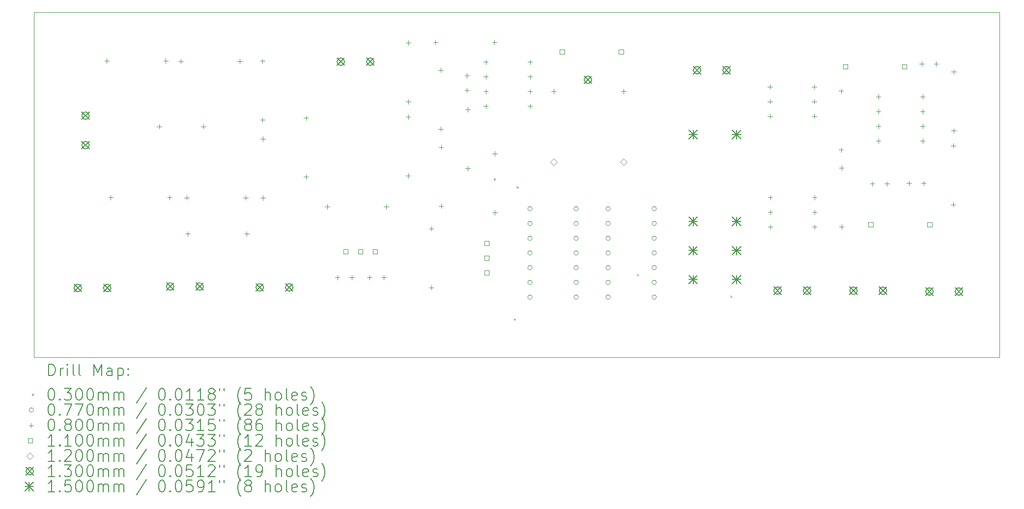
<source format=gbr>
%TF.GenerationSoftware,KiCad,Pcbnew,7.0.5*%
%TF.CreationDate,2023-12-24T17:04:16+05:30*%
%TF.ProjectId,TSALv3,5453414c-7633-42e6-9b69-6361645f7063,rev?*%
%TF.SameCoordinates,Original*%
%TF.FileFunction,Drillmap*%
%TF.FilePolarity,Positive*%
%FSLAX45Y45*%
G04 Gerber Fmt 4.5, Leading zero omitted, Abs format (unit mm)*
G04 Created by KiCad (PCBNEW 7.0.5) date 2023-12-24 17:04:16*
%MOMM*%
%LPD*%
G01*
G04 APERTURE LIST*
%ADD10C,0.050000*%
%ADD11C,0.200000*%
%ADD12C,0.030000*%
%ADD13C,0.077000*%
%ADD14C,0.080000*%
%ADD15C,0.110000*%
%ADD16C,0.120000*%
%ADD17C,0.130000*%
%ADD18C,0.150000*%
G04 APERTURE END LIST*
D10*
X6047740Y-2941320D02*
X22687280Y-2941320D01*
X22687280Y-8897620D01*
X6047740Y-8897620D01*
X6047740Y-2941320D01*
D11*
D12*
X13975320Y-5804140D02*
X14005320Y-5834140D01*
X14005320Y-5804140D02*
X13975320Y-5834140D01*
X14320760Y-8224760D02*
X14350760Y-8254760D01*
X14350760Y-8224760D02*
X14320760Y-8254760D01*
X14366480Y-5946380D02*
X14396480Y-5976380D01*
X14396480Y-5946380D02*
X14366480Y-5976380D01*
X16444200Y-7455140D02*
X16474200Y-7485140D01*
X16474200Y-7455140D02*
X16444200Y-7485140D01*
X18049480Y-7828520D02*
X18079480Y-7858520D01*
X18079480Y-7828520D02*
X18049480Y-7858520D01*
D13*
X14638590Y-6332220D02*
G75*
G03*
X14638590Y-6332220I-38500J0D01*
G01*
X14638590Y-6586220D02*
G75*
G03*
X14638590Y-6586220I-38500J0D01*
G01*
X14638590Y-6840220D02*
G75*
G03*
X14638590Y-6840220I-38500J0D01*
G01*
X14638590Y-7094220D02*
G75*
G03*
X14638590Y-7094220I-38500J0D01*
G01*
X14638590Y-7348220D02*
G75*
G03*
X14638590Y-7348220I-38500J0D01*
G01*
X14638590Y-7602220D02*
G75*
G03*
X14638590Y-7602220I-38500J0D01*
G01*
X14638590Y-7856220D02*
G75*
G03*
X14638590Y-7856220I-38500J0D01*
G01*
X15432590Y-6332220D02*
G75*
G03*
X15432590Y-6332220I-38500J0D01*
G01*
X15432590Y-6586220D02*
G75*
G03*
X15432590Y-6586220I-38500J0D01*
G01*
X15432590Y-6840220D02*
G75*
G03*
X15432590Y-6840220I-38500J0D01*
G01*
X15432590Y-7094220D02*
G75*
G03*
X15432590Y-7094220I-38500J0D01*
G01*
X15432590Y-7348220D02*
G75*
G03*
X15432590Y-7348220I-38500J0D01*
G01*
X15432590Y-7602220D02*
G75*
G03*
X15432590Y-7602220I-38500J0D01*
G01*
X15432590Y-7856220D02*
G75*
G03*
X15432590Y-7856220I-38500J0D01*
G01*
X15983860Y-6332220D02*
G75*
G03*
X15983860Y-6332220I-38500J0D01*
G01*
X15983860Y-6586220D02*
G75*
G03*
X15983860Y-6586220I-38500J0D01*
G01*
X15983860Y-6840220D02*
G75*
G03*
X15983860Y-6840220I-38500J0D01*
G01*
X15983860Y-7094220D02*
G75*
G03*
X15983860Y-7094220I-38500J0D01*
G01*
X15983860Y-7348220D02*
G75*
G03*
X15983860Y-7348220I-38500J0D01*
G01*
X15983860Y-7602220D02*
G75*
G03*
X15983860Y-7602220I-38500J0D01*
G01*
X15983860Y-7856220D02*
G75*
G03*
X15983860Y-7856220I-38500J0D01*
G01*
X16777860Y-6332220D02*
G75*
G03*
X16777860Y-6332220I-38500J0D01*
G01*
X16777860Y-6586220D02*
G75*
G03*
X16777860Y-6586220I-38500J0D01*
G01*
X16777860Y-6840220D02*
G75*
G03*
X16777860Y-6840220I-38500J0D01*
G01*
X16777860Y-7094220D02*
G75*
G03*
X16777860Y-7094220I-38500J0D01*
G01*
X16777860Y-7348220D02*
G75*
G03*
X16777860Y-7348220I-38500J0D01*
G01*
X16777860Y-7602220D02*
G75*
G03*
X16777860Y-7602220I-38500J0D01*
G01*
X16777860Y-7856220D02*
G75*
G03*
X16777860Y-7856220I-38500J0D01*
G01*
D14*
X7307580Y-3742060D02*
X7307580Y-3822060D01*
X7267580Y-3782060D02*
X7347580Y-3782060D01*
X7376160Y-6096640D02*
X7376160Y-6176640D01*
X7336160Y-6136640D02*
X7416160Y-6136640D01*
X8209280Y-4872360D02*
X8209280Y-4952360D01*
X8169280Y-4912360D02*
X8249280Y-4912360D01*
X8323580Y-3742060D02*
X8323580Y-3822060D01*
X8283580Y-3782060D02*
X8363580Y-3782060D01*
X8392160Y-6096640D02*
X8392160Y-6176640D01*
X8352160Y-6136640D02*
X8432160Y-6136640D01*
X8585200Y-3747140D02*
X8585200Y-3827140D01*
X8545200Y-3787140D02*
X8625200Y-3787140D01*
X8684260Y-6099180D02*
X8684260Y-6179180D01*
X8644260Y-6139180D02*
X8724260Y-6139180D01*
X8702040Y-6724020D02*
X8702040Y-6804020D01*
X8662040Y-6764020D02*
X8742040Y-6764020D01*
X8971280Y-4872360D02*
X8971280Y-4952360D01*
X8931280Y-4912360D02*
X9011280Y-4912360D01*
X9601200Y-3747140D02*
X9601200Y-3827140D01*
X9561200Y-3787140D02*
X9641200Y-3787140D01*
X9700260Y-6099180D02*
X9700260Y-6179180D01*
X9660260Y-6139180D02*
X9740260Y-6139180D01*
X9718040Y-6724020D02*
X9718040Y-6804020D01*
X9678040Y-6764020D02*
X9758040Y-6764020D01*
X9992360Y-3744600D02*
X9992360Y-3824600D01*
X9952360Y-3784600D02*
X10032360Y-3784600D01*
X9992360Y-4760600D02*
X9992360Y-4840600D01*
X9952360Y-4800600D02*
X10032360Y-4800600D01*
X9997440Y-5085720D02*
X9997440Y-5165720D01*
X9957440Y-5125720D02*
X10037440Y-5125720D01*
X9997440Y-6101720D02*
X9997440Y-6181720D01*
X9957440Y-6141720D02*
X10037440Y-6141720D01*
X10739120Y-4725040D02*
X10739120Y-4805040D01*
X10699120Y-4765040D02*
X10779120Y-4765040D01*
X10739120Y-5741040D02*
X10739120Y-5821040D01*
X10699120Y-5781040D02*
X10779120Y-5781040D01*
X11107420Y-6254120D02*
X11107420Y-6334120D01*
X11067420Y-6294120D02*
X11147420Y-6294120D01*
X11281600Y-7478400D02*
X11281600Y-7558400D01*
X11241600Y-7518400D02*
X11321600Y-7518400D01*
X11531600Y-7478400D02*
X11531600Y-7558400D01*
X11491600Y-7518400D02*
X11571600Y-7518400D01*
X11833320Y-7478400D02*
X11833320Y-7558400D01*
X11793320Y-7518400D02*
X11873320Y-7518400D01*
X12083320Y-7478400D02*
X12083320Y-7558400D01*
X12043320Y-7518400D02*
X12123320Y-7518400D01*
X12123420Y-6254120D02*
X12123420Y-6334120D01*
X12083420Y-6294120D02*
X12163420Y-6294120D01*
X12499340Y-4707260D02*
X12499340Y-4787260D01*
X12459340Y-4747260D02*
X12539340Y-4747260D01*
X12499340Y-5723260D02*
X12499340Y-5803260D01*
X12459340Y-5763260D02*
X12539340Y-5763260D01*
X12504420Y-3427100D02*
X12504420Y-3507100D01*
X12464420Y-3467100D02*
X12544420Y-3467100D01*
X12504420Y-4443100D02*
X12504420Y-4523100D01*
X12464420Y-4483100D02*
X12544420Y-4483100D01*
X12898120Y-6632580D02*
X12898120Y-6712580D01*
X12858120Y-6672580D02*
X12938120Y-6672580D01*
X12898120Y-7648580D02*
X12898120Y-7728580D01*
X12858120Y-7688580D02*
X12938120Y-7688580D01*
X12971780Y-3422020D02*
X12971780Y-3502020D01*
X12931780Y-3462020D02*
X13011780Y-3462020D01*
X13063220Y-3899540D02*
X13063220Y-3979540D01*
X13023220Y-3939540D02*
X13103220Y-3939540D01*
X13063220Y-4915540D02*
X13063220Y-4995540D01*
X13023220Y-4955540D02*
X13103220Y-4955540D01*
X13068300Y-5227960D02*
X13068300Y-5307960D01*
X13028300Y-5267960D02*
X13108300Y-5267960D01*
X13068300Y-6243960D02*
X13068300Y-6323960D01*
X13028300Y-6283960D02*
X13108300Y-6283960D01*
X13513800Y-3996520D02*
X13513800Y-4076520D01*
X13473800Y-4036520D02*
X13553800Y-4036520D01*
X13513800Y-4246520D02*
X13513800Y-4326520D01*
X13473800Y-4286520D02*
X13553800Y-4286520D01*
X13528040Y-4580260D02*
X13528040Y-4660260D01*
X13488040Y-4620260D02*
X13568040Y-4620260D01*
X13528040Y-5596260D02*
X13528040Y-5676260D01*
X13488040Y-5636260D02*
X13568040Y-5636260D01*
X13838920Y-3760840D02*
X13838920Y-3840840D01*
X13798920Y-3800840D02*
X13878920Y-3800840D01*
X13838920Y-4014840D02*
X13838920Y-4094840D01*
X13798920Y-4054840D02*
X13878920Y-4054840D01*
X13838920Y-4268840D02*
X13838920Y-4348840D01*
X13798920Y-4308840D02*
X13878920Y-4308840D01*
X13838920Y-4522840D02*
X13838920Y-4602840D01*
X13798920Y-4562840D02*
X13878920Y-4562840D01*
X13987780Y-3422020D02*
X13987780Y-3502020D01*
X13947780Y-3462020D02*
X14027780Y-3462020D01*
X13992860Y-5342260D02*
X13992860Y-5422260D01*
X13952860Y-5382260D02*
X14032860Y-5382260D01*
X13992860Y-6358260D02*
X13992860Y-6438260D01*
X13952860Y-6398260D02*
X14032860Y-6398260D01*
X14600920Y-3760840D02*
X14600920Y-3840840D01*
X14560920Y-3800840D02*
X14640920Y-3800840D01*
X14600920Y-4014840D02*
X14600920Y-4094840D01*
X14560920Y-4054840D02*
X14640920Y-4054840D01*
X14600920Y-4268840D02*
X14600920Y-4348840D01*
X14560920Y-4308840D02*
X14640920Y-4308840D01*
X14600920Y-4522840D02*
X14600920Y-4602840D01*
X14560920Y-4562840D02*
X14640920Y-4562840D01*
X15010280Y-4267040D02*
X15010280Y-4347040D01*
X14970280Y-4307040D02*
X15050280Y-4307040D01*
X16210280Y-4267040D02*
X16210280Y-4347040D01*
X16170280Y-4307040D02*
X16250280Y-4307040D01*
X18736040Y-4185520D02*
X18736040Y-4265520D01*
X18696040Y-4225520D02*
X18776040Y-4225520D01*
X18736040Y-4439520D02*
X18736040Y-4519520D01*
X18696040Y-4479520D02*
X18776040Y-4479520D01*
X18736040Y-4693520D02*
X18736040Y-4773520D01*
X18696040Y-4733520D02*
X18776040Y-4733520D01*
X18741120Y-6098140D02*
X18741120Y-6178140D01*
X18701120Y-6138140D02*
X18781120Y-6138140D01*
X18741120Y-6352140D02*
X18741120Y-6432140D01*
X18701120Y-6392140D02*
X18781120Y-6392140D01*
X18741120Y-6606140D02*
X18741120Y-6686140D01*
X18701120Y-6646140D02*
X18781120Y-6646140D01*
X19498040Y-4185520D02*
X19498040Y-4265520D01*
X19458040Y-4225520D02*
X19538040Y-4225520D01*
X19498040Y-4439520D02*
X19498040Y-4519520D01*
X19458040Y-4479520D02*
X19538040Y-4479520D01*
X19498040Y-4693520D02*
X19498040Y-4773520D01*
X19458040Y-4733520D02*
X19538040Y-4733520D01*
X19503120Y-6098140D02*
X19503120Y-6178140D01*
X19463120Y-6138140D02*
X19543120Y-6138140D01*
X19503120Y-6352140D02*
X19503120Y-6432140D01*
X19463120Y-6392140D02*
X19543120Y-6392140D01*
X19503120Y-6606140D02*
X19503120Y-6686140D01*
X19463120Y-6646140D02*
X19543120Y-6646140D01*
X19959320Y-4260220D02*
X19959320Y-4340220D01*
X19919320Y-4300220D02*
X19999320Y-4300220D01*
X19959320Y-5276220D02*
X19959320Y-5356220D01*
X19919320Y-5316220D02*
X19999320Y-5316220D01*
X19966940Y-5586100D02*
X19966940Y-5666100D01*
X19926940Y-5626100D02*
X20006940Y-5626100D01*
X19966940Y-6602100D02*
X19966940Y-6682100D01*
X19926940Y-6642100D02*
X20006940Y-6642100D01*
X20499800Y-5860420D02*
X20499800Y-5940420D01*
X20459800Y-5900420D02*
X20539800Y-5900420D01*
X20602940Y-4360280D02*
X20602940Y-4440280D01*
X20562940Y-4400280D02*
X20642940Y-4400280D01*
X20602940Y-4614280D02*
X20602940Y-4694280D01*
X20562940Y-4654280D02*
X20642940Y-4654280D01*
X20602940Y-4868280D02*
X20602940Y-4948280D01*
X20562940Y-4908280D02*
X20642940Y-4908280D01*
X20602940Y-5122280D02*
X20602940Y-5202280D01*
X20562940Y-5162280D02*
X20642940Y-5162280D01*
X20749800Y-5860420D02*
X20749800Y-5940420D01*
X20709800Y-5900420D02*
X20789800Y-5900420D01*
X21132260Y-5852800D02*
X21132260Y-5932800D01*
X21092260Y-5892800D02*
X21172260Y-5892800D01*
X21350700Y-3790320D02*
X21350700Y-3870320D01*
X21310700Y-3830320D02*
X21390700Y-3830320D01*
X21364940Y-4360280D02*
X21364940Y-4440280D01*
X21324940Y-4400280D02*
X21404940Y-4400280D01*
X21364940Y-4614280D02*
X21364940Y-4694280D01*
X21324940Y-4654280D02*
X21404940Y-4654280D01*
X21364940Y-4868280D02*
X21364940Y-4948280D01*
X21324940Y-4908280D02*
X21404940Y-4908280D01*
X21364940Y-5122280D02*
X21364940Y-5202280D01*
X21324940Y-5162280D02*
X21404940Y-5162280D01*
X21382260Y-5852800D02*
X21382260Y-5932800D01*
X21342260Y-5892800D02*
X21422260Y-5892800D01*
X21600700Y-3790320D02*
X21600700Y-3870320D01*
X21560700Y-3830320D02*
X21640700Y-3830320D01*
X21892260Y-5202560D02*
X21892260Y-5282560D01*
X21852260Y-5242560D02*
X21932260Y-5242560D01*
X21892260Y-6218560D02*
X21892260Y-6298560D01*
X21852260Y-6258560D02*
X21932260Y-6258560D01*
X21899880Y-3930020D02*
X21899880Y-4010020D01*
X21859880Y-3970020D02*
X21939880Y-3970020D01*
X21899880Y-4946020D02*
X21899880Y-5026020D01*
X21859880Y-4986020D02*
X21939880Y-4986020D01*
D15*
X11463811Y-7107711D02*
X11463811Y-7029929D01*
X11386029Y-7029929D01*
X11386029Y-7107711D01*
X11463811Y-7107711D01*
X11717811Y-7107711D02*
X11717811Y-7029929D01*
X11640029Y-7029929D01*
X11640029Y-7107711D01*
X11717811Y-7107711D01*
X11971811Y-7107711D02*
X11971811Y-7029929D01*
X11894029Y-7029929D01*
X11894029Y-7107711D01*
X11971811Y-7107711D01*
X13892571Y-6968011D02*
X13892571Y-6890229D01*
X13814789Y-6890229D01*
X13814789Y-6968011D01*
X13892571Y-6968011D01*
X13892571Y-7222011D02*
X13892571Y-7144229D01*
X13814789Y-7144229D01*
X13814789Y-7222011D01*
X13892571Y-7222011D01*
X13892571Y-7476011D02*
X13892571Y-7398229D01*
X13814789Y-7398229D01*
X13814789Y-7476011D01*
X13892571Y-7476011D01*
X15192531Y-3666011D02*
X15192531Y-3588229D01*
X15114749Y-3588229D01*
X15114749Y-3666011D01*
X15192531Y-3666011D01*
X16208531Y-3666011D02*
X16208531Y-3588229D01*
X16130749Y-3588229D01*
X16130749Y-3666011D01*
X16208531Y-3666011D01*
X20074411Y-3920011D02*
X20074411Y-3842229D01*
X19996629Y-3842229D01*
X19996629Y-3920011D01*
X20074411Y-3920011D01*
X20508751Y-6645431D02*
X20508751Y-6567649D01*
X20430969Y-6567649D01*
X20430969Y-6645431D01*
X20508751Y-6645431D01*
X21090411Y-3920011D02*
X21090411Y-3842229D01*
X21012629Y-3842229D01*
X21012629Y-3920011D01*
X21090411Y-3920011D01*
X21524751Y-6645431D02*
X21524751Y-6567649D01*
X21446969Y-6567649D01*
X21446969Y-6645431D01*
X21524751Y-6645431D01*
D16*
X15010280Y-5587040D02*
X15070280Y-5527040D01*
X15010280Y-5467040D01*
X14950280Y-5527040D01*
X15010280Y-5587040D01*
X16210280Y-5587040D02*
X16270280Y-5527040D01*
X16210280Y-5467040D01*
X16150280Y-5527040D01*
X16210280Y-5587040D01*
D17*
X6742200Y-7633740D02*
X6872200Y-7763740D01*
X6872200Y-7633740D02*
X6742200Y-7763740D01*
X6872200Y-7698740D02*
G75*
G03*
X6872200Y-7698740I-65000J0D01*
G01*
X6876800Y-4661440D02*
X7006800Y-4791440D01*
X7006800Y-4661440D02*
X6876800Y-4791440D01*
X7006800Y-4726440D02*
G75*
G03*
X7006800Y-4726440I-65000J0D01*
G01*
X6876800Y-5169440D02*
X7006800Y-5299440D01*
X7006800Y-5169440D02*
X6876800Y-5299440D01*
X7006800Y-5234440D02*
G75*
G03*
X7006800Y-5234440I-65000J0D01*
G01*
X7250200Y-7633740D02*
X7380200Y-7763740D01*
X7380200Y-7633740D02*
X7250200Y-7763740D01*
X7380200Y-7698740D02*
G75*
G03*
X7380200Y-7698740I-65000J0D01*
G01*
X8334780Y-7608340D02*
X8464780Y-7738340D01*
X8464780Y-7608340D02*
X8334780Y-7738340D01*
X8464780Y-7673340D02*
G75*
G03*
X8464780Y-7673340I-65000J0D01*
G01*
X8842780Y-7608340D02*
X8972780Y-7738340D01*
X8972780Y-7608340D02*
X8842780Y-7738340D01*
X8972780Y-7673340D02*
G75*
G03*
X8972780Y-7673340I-65000J0D01*
G01*
X9879100Y-7623580D02*
X10009100Y-7753580D01*
X10009100Y-7623580D02*
X9879100Y-7753580D01*
X10009100Y-7688580D02*
G75*
G03*
X10009100Y-7688580I-65000J0D01*
G01*
X10387100Y-7623580D02*
X10517100Y-7753580D01*
X10517100Y-7623580D02*
X10387100Y-7753580D01*
X10517100Y-7688580D02*
G75*
G03*
X10517100Y-7688580I-65000J0D01*
G01*
X11274060Y-3729740D02*
X11404060Y-3859740D01*
X11404060Y-3729740D02*
X11274060Y-3859740D01*
X11404060Y-3794740D02*
G75*
G03*
X11404060Y-3794740I-65000J0D01*
G01*
X11782060Y-3729740D02*
X11912060Y-3859740D01*
X11912060Y-3729740D02*
X11782060Y-3859740D01*
X11912060Y-3794740D02*
G75*
G03*
X11912060Y-3794740I-65000J0D01*
G01*
X15533280Y-4042040D02*
X15663280Y-4172040D01*
X15663280Y-4042040D02*
X15533280Y-4172040D01*
X15663280Y-4107040D02*
G75*
G03*
X15663280Y-4107040I-65000J0D01*
G01*
X17413240Y-3877060D02*
X17543240Y-4007060D01*
X17543240Y-3877060D02*
X17413240Y-4007060D01*
X17543240Y-3942060D02*
G75*
G03*
X17543240Y-3942060I-65000J0D01*
G01*
X17921240Y-3877060D02*
X18051240Y-4007060D01*
X18051240Y-3877060D02*
X17921240Y-4007060D01*
X18051240Y-3942060D02*
G75*
G03*
X18051240Y-3942060I-65000J0D01*
G01*
X18801620Y-7679480D02*
X18931620Y-7809480D01*
X18931620Y-7679480D02*
X18801620Y-7809480D01*
X18931620Y-7744480D02*
G75*
G03*
X18931620Y-7744480I-65000J0D01*
G01*
X19309620Y-7679480D02*
X19439620Y-7809480D01*
X19439620Y-7679480D02*
X19309620Y-7809480D01*
X19439620Y-7744480D02*
G75*
G03*
X19439620Y-7744480I-65000J0D01*
G01*
X20109720Y-7679480D02*
X20239720Y-7809480D01*
X20239720Y-7679480D02*
X20109720Y-7809480D01*
X20239720Y-7744480D02*
G75*
G03*
X20239720Y-7744480I-65000J0D01*
G01*
X20617720Y-7679480D02*
X20747720Y-7809480D01*
X20747720Y-7679480D02*
X20617720Y-7809480D01*
X20747720Y-7744480D02*
G75*
G03*
X20747720Y-7744480I-65000J0D01*
G01*
X21417820Y-7694720D02*
X21547820Y-7824720D01*
X21547820Y-7694720D02*
X21417820Y-7824720D01*
X21547820Y-7759720D02*
G75*
G03*
X21547820Y-7759720I-65000J0D01*
G01*
X21925820Y-7694720D02*
X22055820Y-7824720D01*
X22055820Y-7694720D02*
X21925820Y-7824720D01*
X22055820Y-7759720D02*
G75*
G03*
X22055820Y-7759720I-65000J0D01*
G01*
D18*
X17335910Y-4977250D02*
X17485910Y-5127250D01*
X17485910Y-4977250D02*
X17335910Y-5127250D01*
X17410910Y-4977250D02*
X17410910Y-5127250D01*
X17335910Y-5052250D02*
X17485910Y-5052250D01*
X17335910Y-6477250D02*
X17485910Y-6627250D01*
X17485910Y-6477250D02*
X17335910Y-6627250D01*
X17410910Y-6477250D02*
X17410910Y-6627250D01*
X17335910Y-6552250D02*
X17485910Y-6552250D01*
X17335910Y-6977250D02*
X17485910Y-7127250D01*
X17485910Y-6977250D02*
X17335910Y-7127250D01*
X17410910Y-6977250D02*
X17410910Y-7127250D01*
X17335910Y-7052250D02*
X17485910Y-7052250D01*
X17335910Y-7477250D02*
X17485910Y-7627250D01*
X17485910Y-7477250D02*
X17335910Y-7627250D01*
X17410910Y-7477250D02*
X17410910Y-7627250D01*
X17335910Y-7552250D02*
X17485910Y-7552250D01*
X18085910Y-4977250D02*
X18235910Y-5127250D01*
X18235910Y-4977250D02*
X18085910Y-5127250D01*
X18160910Y-4977250D02*
X18160910Y-5127250D01*
X18085910Y-5052250D02*
X18235910Y-5052250D01*
X18085910Y-6477250D02*
X18235910Y-6627250D01*
X18235910Y-6477250D02*
X18085910Y-6627250D01*
X18160910Y-6477250D02*
X18160910Y-6627250D01*
X18085910Y-6552250D02*
X18235910Y-6552250D01*
X18085910Y-6977250D02*
X18235910Y-7127250D01*
X18235910Y-6977250D02*
X18085910Y-7127250D01*
X18160910Y-6977250D02*
X18160910Y-7127250D01*
X18085910Y-7052250D02*
X18235910Y-7052250D01*
X18085910Y-7477250D02*
X18235910Y-7627250D01*
X18235910Y-7477250D02*
X18085910Y-7627250D01*
X18160910Y-7477250D02*
X18160910Y-7627250D01*
X18085910Y-7552250D02*
X18235910Y-7552250D01*
D11*
X6306017Y-9211604D02*
X6306017Y-9011604D01*
X6306017Y-9011604D02*
X6353636Y-9011604D01*
X6353636Y-9011604D02*
X6382207Y-9021128D01*
X6382207Y-9021128D02*
X6401255Y-9040175D01*
X6401255Y-9040175D02*
X6410779Y-9059223D01*
X6410779Y-9059223D02*
X6420302Y-9097318D01*
X6420302Y-9097318D02*
X6420302Y-9125890D01*
X6420302Y-9125890D02*
X6410779Y-9163985D01*
X6410779Y-9163985D02*
X6401255Y-9183032D01*
X6401255Y-9183032D02*
X6382207Y-9202080D01*
X6382207Y-9202080D02*
X6353636Y-9211604D01*
X6353636Y-9211604D02*
X6306017Y-9211604D01*
X6506017Y-9211604D02*
X6506017Y-9078270D01*
X6506017Y-9116366D02*
X6515541Y-9097318D01*
X6515541Y-9097318D02*
X6525064Y-9087794D01*
X6525064Y-9087794D02*
X6544112Y-9078270D01*
X6544112Y-9078270D02*
X6563160Y-9078270D01*
X6629826Y-9211604D02*
X6629826Y-9078270D01*
X6629826Y-9011604D02*
X6620302Y-9021128D01*
X6620302Y-9021128D02*
X6629826Y-9030651D01*
X6629826Y-9030651D02*
X6639350Y-9021128D01*
X6639350Y-9021128D02*
X6629826Y-9011604D01*
X6629826Y-9011604D02*
X6629826Y-9030651D01*
X6753636Y-9211604D02*
X6734588Y-9202080D01*
X6734588Y-9202080D02*
X6725064Y-9183032D01*
X6725064Y-9183032D02*
X6725064Y-9011604D01*
X6858398Y-9211604D02*
X6839350Y-9202080D01*
X6839350Y-9202080D02*
X6829826Y-9183032D01*
X6829826Y-9183032D02*
X6829826Y-9011604D01*
X7086969Y-9211604D02*
X7086969Y-9011604D01*
X7086969Y-9011604D02*
X7153636Y-9154461D01*
X7153636Y-9154461D02*
X7220302Y-9011604D01*
X7220302Y-9011604D02*
X7220302Y-9211604D01*
X7401255Y-9211604D02*
X7401255Y-9106842D01*
X7401255Y-9106842D02*
X7391731Y-9087794D01*
X7391731Y-9087794D02*
X7372683Y-9078270D01*
X7372683Y-9078270D02*
X7334588Y-9078270D01*
X7334588Y-9078270D02*
X7315541Y-9087794D01*
X7401255Y-9202080D02*
X7382207Y-9211604D01*
X7382207Y-9211604D02*
X7334588Y-9211604D01*
X7334588Y-9211604D02*
X7315541Y-9202080D01*
X7315541Y-9202080D02*
X7306017Y-9183032D01*
X7306017Y-9183032D02*
X7306017Y-9163985D01*
X7306017Y-9163985D02*
X7315541Y-9144937D01*
X7315541Y-9144937D02*
X7334588Y-9135413D01*
X7334588Y-9135413D02*
X7382207Y-9135413D01*
X7382207Y-9135413D02*
X7401255Y-9125890D01*
X7496493Y-9078270D02*
X7496493Y-9278270D01*
X7496493Y-9087794D02*
X7515541Y-9078270D01*
X7515541Y-9078270D02*
X7553636Y-9078270D01*
X7553636Y-9078270D02*
X7572683Y-9087794D01*
X7572683Y-9087794D02*
X7582207Y-9097318D01*
X7582207Y-9097318D02*
X7591731Y-9116366D01*
X7591731Y-9116366D02*
X7591731Y-9173509D01*
X7591731Y-9173509D02*
X7582207Y-9192556D01*
X7582207Y-9192556D02*
X7572683Y-9202080D01*
X7572683Y-9202080D02*
X7553636Y-9211604D01*
X7553636Y-9211604D02*
X7515541Y-9211604D01*
X7515541Y-9211604D02*
X7496493Y-9202080D01*
X7677445Y-9192556D02*
X7686969Y-9202080D01*
X7686969Y-9202080D02*
X7677445Y-9211604D01*
X7677445Y-9211604D02*
X7667922Y-9202080D01*
X7667922Y-9202080D02*
X7677445Y-9192556D01*
X7677445Y-9192556D02*
X7677445Y-9211604D01*
X7677445Y-9087794D02*
X7686969Y-9097318D01*
X7686969Y-9097318D02*
X7677445Y-9106842D01*
X7677445Y-9106842D02*
X7667922Y-9097318D01*
X7667922Y-9097318D02*
X7677445Y-9087794D01*
X7677445Y-9087794D02*
X7677445Y-9106842D01*
D12*
X6015240Y-9525120D02*
X6045240Y-9555120D01*
X6045240Y-9525120D02*
X6015240Y-9555120D01*
D11*
X6344112Y-9431604D02*
X6363160Y-9431604D01*
X6363160Y-9431604D02*
X6382207Y-9441128D01*
X6382207Y-9441128D02*
X6391731Y-9450651D01*
X6391731Y-9450651D02*
X6401255Y-9469699D01*
X6401255Y-9469699D02*
X6410779Y-9507794D01*
X6410779Y-9507794D02*
X6410779Y-9555413D01*
X6410779Y-9555413D02*
X6401255Y-9593509D01*
X6401255Y-9593509D02*
X6391731Y-9612556D01*
X6391731Y-9612556D02*
X6382207Y-9622080D01*
X6382207Y-9622080D02*
X6363160Y-9631604D01*
X6363160Y-9631604D02*
X6344112Y-9631604D01*
X6344112Y-9631604D02*
X6325064Y-9622080D01*
X6325064Y-9622080D02*
X6315541Y-9612556D01*
X6315541Y-9612556D02*
X6306017Y-9593509D01*
X6306017Y-9593509D02*
X6296493Y-9555413D01*
X6296493Y-9555413D02*
X6296493Y-9507794D01*
X6296493Y-9507794D02*
X6306017Y-9469699D01*
X6306017Y-9469699D02*
X6315541Y-9450651D01*
X6315541Y-9450651D02*
X6325064Y-9441128D01*
X6325064Y-9441128D02*
X6344112Y-9431604D01*
X6496493Y-9612556D02*
X6506017Y-9622080D01*
X6506017Y-9622080D02*
X6496493Y-9631604D01*
X6496493Y-9631604D02*
X6486969Y-9622080D01*
X6486969Y-9622080D02*
X6496493Y-9612556D01*
X6496493Y-9612556D02*
X6496493Y-9631604D01*
X6572683Y-9431604D02*
X6696493Y-9431604D01*
X6696493Y-9431604D02*
X6629826Y-9507794D01*
X6629826Y-9507794D02*
X6658398Y-9507794D01*
X6658398Y-9507794D02*
X6677445Y-9517318D01*
X6677445Y-9517318D02*
X6686969Y-9526842D01*
X6686969Y-9526842D02*
X6696493Y-9545890D01*
X6696493Y-9545890D02*
X6696493Y-9593509D01*
X6696493Y-9593509D02*
X6686969Y-9612556D01*
X6686969Y-9612556D02*
X6677445Y-9622080D01*
X6677445Y-9622080D02*
X6658398Y-9631604D01*
X6658398Y-9631604D02*
X6601255Y-9631604D01*
X6601255Y-9631604D02*
X6582207Y-9622080D01*
X6582207Y-9622080D02*
X6572683Y-9612556D01*
X6820302Y-9431604D02*
X6839350Y-9431604D01*
X6839350Y-9431604D02*
X6858398Y-9441128D01*
X6858398Y-9441128D02*
X6867922Y-9450651D01*
X6867922Y-9450651D02*
X6877445Y-9469699D01*
X6877445Y-9469699D02*
X6886969Y-9507794D01*
X6886969Y-9507794D02*
X6886969Y-9555413D01*
X6886969Y-9555413D02*
X6877445Y-9593509D01*
X6877445Y-9593509D02*
X6867922Y-9612556D01*
X6867922Y-9612556D02*
X6858398Y-9622080D01*
X6858398Y-9622080D02*
X6839350Y-9631604D01*
X6839350Y-9631604D02*
X6820302Y-9631604D01*
X6820302Y-9631604D02*
X6801255Y-9622080D01*
X6801255Y-9622080D02*
X6791731Y-9612556D01*
X6791731Y-9612556D02*
X6782207Y-9593509D01*
X6782207Y-9593509D02*
X6772683Y-9555413D01*
X6772683Y-9555413D02*
X6772683Y-9507794D01*
X6772683Y-9507794D02*
X6782207Y-9469699D01*
X6782207Y-9469699D02*
X6791731Y-9450651D01*
X6791731Y-9450651D02*
X6801255Y-9441128D01*
X6801255Y-9441128D02*
X6820302Y-9431604D01*
X7010779Y-9431604D02*
X7029826Y-9431604D01*
X7029826Y-9431604D02*
X7048874Y-9441128D01*
X7048874Y-9441128D02*
X7058398Y-9450651D01*
X7058398Y-9450651D02*
X7067922Y-9469699D01*
X7067922Y-9469699D02*
X7077445Y-9507794D01*
X7077445Y-9507794D02*
X7077445Y-9555413D01*
X7077445Y-9555413D02*
X7067922Y-9593509D01*
X7067922Y-9593509D02*
X7058398Y-9612556D01*
X7058398Y-9612556D02*
X7048874Y-9622080D01*
X7048874Y-9622080D02*
X7029826Y-9631604D01*
X7029826Y-9631604D02*
X7010779Y-9631604D01*
X7010779Y-9631604D02*
X6991731Y-9622080D01*
X6991731Y-9622080D02*
X6982207Y-9612556D01*
X6982207Y-9612556D02*
X6972683Y-9593509D01*
X6972683Y-9593509D02*
X6963160Y-9555413D01*
X6963160Y-9555413D02*
X6963160Y-9507794D01*
X6963160Y-9507794D02*
X6972683Y-9469699D01*
X6972683Y-9469699D02*
X6982207Y-9450651D01*
X6982207Y-9450651D02*
X6991731Y-9441128D01*
X6991731Y-9441128D02*
X7010779Y-9431604D01*
X7163160Y-9631604D02*
X7163160Y-9498270D01*
X7163160Y-9517318D02*
X7172683Y-9507794D01*
X7172683Y-9507794D02*
X7191731Y-9498270D01*
X7191731Y-9498270D02*
X7220303Y-9498270D01*
X7220303Y-9498270D02*
X7239350Y-9507794D01*
X7239350Y-9507794D02*
X7248874Y-9526842D01*
X7248874Y-9526842D02*
X7248874Y-9631604D01*
X7248874Y-9526842D02*
X7258398Y-9507794D01*
X7258398Y-9507794D02*
X7277445Y-9498270D01*
X7277445Y-9498270D02*
X7306017Y-9498270D01*
X7306017Y-9498270D02*
X7325064Y-9507794D01*
X7325064Y-9507794D02*
X7334588Y-9526842D01*
X7334588Y-9526842D02*
X7334588Y-9631604D01*
X7429826Y-9631604D02*
X7429826Y-9498270D01*
X7429826Y-9517318D02*
X7439350Y-9507794D01*
X7439350Y-9507794D02*
X7458398Y-9498270D01*
X7458398Y-9498270D02*
X7486969Y-9498270D01*
X7486969Y-9498270D02*
X7506017Y-9507794D01*
X7506017Y-9507794D02*
X7515541Y-9526842D01*
X7515541Y-9526842D02*
X7515541Y-9631604D01*
X7515541Y-9526842D02*
X7525064Y-9507794D01*
X7525064Y-9507794D02*
X7544112Y-9498270D01*
X7544112Y-9498270D02*
X7572683Y-9498270D01*
X7572683Y-9498270D02*
X7591731Y-9507794D01*
X7591731Y-9507794D02*
X7601255Y-9526842D01*
X7601255Y-9526842D02*
X7601255Y-9631604D01*
X7991731Y-9422080D02*
X7820303Y-9679223D01*
X8248874Y-9431604D02*
X8267922Y-9431604D01*
X8267922Y-9431604D02*
X8286969Y-9441128D01*
X8286969Y-9441128D02*
X8296493Y-9450651D01*
X8296493Y-9450651D02*
X8306017Y-9469699D01*
X8306017Y-9469699D02*
X8315541Y-9507794D01*
X8315541Y-9507794D02*
X8315541Y-9555413D01*
X8315541Y-9555413D02*
X8306017Y-9593509D01*
X8306017Y-9593509D02*
X8296493Y-9612556D01*
X8296493Y-9612556D02*
X8286969Y-9622080D01*
X8286969Y-9622080D02*
X8267922Y-9631604D01*
X8267922Y-9631604D02*
X8248874Y-9631604D01*
X8248874Y-9631604D02*
X8229826Y-9622080D01*
X8229826Y-9622080D02*
X8220303Y-9612556D01*
X8220303Y-9612556D02*
X8210779Y-9593509D01*
X8210779Y-9593509D02*
X8201255Y-9555413D01*
X8201255Y-9555413D02*
X8201255Y-9507794D01*
X8201255Y-9507794D02*
X8210779Y-9469699D01*
X8210779Y-9469699D02*
X8220303Y-9450651D01*
X8220303Y-9450651D02*
X8229826Y-9441128D01*
X8229826Y-9441128D02*
X8248874Y-9431604D01*
X8401255Y-9612556D02*
X8410779Y-9622080D01*
X8410779Y-9622080D02*
X8401255Y-9631604D01*
X8401255Y-9631604D02*
X8391731Y-9622080D01*
X8391731Y-9622080D02*
X8401255Y-9612556D01*
X8401255Y-9612556D02*
X8401255Y-9631604D01*
X8534588Y-9431604D02*
X8553636Y-9431604D01*
X8553636Y-9431604D02*
X8572684Y-9441128D01*
X8572684Y-9441128D02*
X8582208Y-9450651D01*
X8582208Y-9450651D02*
X8591731Y-9469699D01*
X8591731Y-9469699D02*
X8601255Y-9507794D01*
X8601255Y-9507794D02*
X8601255Y-9555413D01*
X8601255Y-9555413D02*
X8591731Y-9593509D01*
X8591731Y-9593509D02*
X8582208Y-9612556D01*
X8582208Y-9612556D02*
X8572684Y-9622080D01*
X8572684Y-9622080D02*
X8553636Y-9631604D01*
X8553636Y-9631604D02*
X8534588Y-9631604D01*
X8534588Y-9631604D02*
X8515541Y-9622080D01*
X8515541Y-9622080D02*
X8506017Y-9612556D01*
X8506017Y-9612556D02*
X8496493Y-9593509D01*
X8496493Y-9593509D02*
X8486969Y-9555413D01*
X8486969Y-9555413D02*
X8486969Y-9507794D01*
X8486969Y-9507794D02*
X8496493Y-9469699D01*
X8496493Y-9469699D02*
X8506017Y-9450651D01*
X8506017Y-9450651D02*
X8515541Y-9441128D01*
X8515541Y-9441128D02*
X8534588Y-9431604D01*
X8791731Y-9631604D02*
X8677446Y-9631604D01*
X8734588Y-9631604D02*
X8734588Y-9431604D01*
X8734588Y-9431604D02*
X8715541Y-9460175D01*
X8715541Y-9460175D02*
X8696493Y-9479223D01*
X8696493Y-9479223D02*
X8677446Y-9488747D01*
X8982208Y-9631604D02*
X8867922Y-9631604D01*
X8925065Y-9631604D02*
X8925065Y-9431604D01*
X8925065Y-9431604D02*
X8906017Y-9460175D01*
X8906017Y-9460175D02*
X8886969Y-9479223D01*
X8886969Y-9479223D02*
X8867922Y-9488747D01*
X9096493Y-9517318D02*
X9077446Y-9507794D01*
X9077446Y-9507794D02*
X9067922Y-9498270D01*
X9067922Y-9498270D02*
X9058398Y-9479223D01*
X9058398Y-9479223D02*
X9058398Y-9469699D01*
X9058398Y-9469699D02*
X9067922Y-9450651D01*
X9067922Y-9450651D02*
X9077446Y-9441128D01*
X9077446Y-9441128D02*
X9096493Y-9431604D01*
X9096493Y-9431604D02*
X9134589Y-9431604D01*
X9134589Y-9431604D02*
X9153636Y-9441128D01*
X9153636Y-9441128D02*
X9163160Y-9450651D01*
X9163160Y-9450651D02*
X9172684Y-9469699D01*
X9172684Y-9469699D02*
X9172684Y-9479223D01*
X9172684Y-9479223D02*
X9163160Y-9498270D01*
X9163160Y-9498270D02*
X9153636Y-9507794D01*
X9153636Y-9507794D02*
X9134589Y-9517318D01*
X9134589Y-9517318D02*
X9096493Y-9517318D01*
X9096493Y-9517318D02*
X9077446Y-9526842D01*
X9077446Y-9526842D02*
X9067922Y-9536366D01*
X9067922Y-9536366D02*
X9058398Y-9555413D01*
X9058398Y-9555413D02*
X9058398Y-9593509D01*
X9058398Y-9593509D02*
X9067922Y-9612556D01*
X9067922Y-9612556D02*
X9077446Y-9622080D01*
X9077446Y-9622080D02*
X9096493Y-9631604D01*
X9096493Y-9631604D02*
X9134589Y-9631604D01*
X9134589Y-9631604D02*
X9153636Y-9622080D01*
X9153636Y-9622080D02*
X9163160Y-9612556D01*
X9163160Y-9612556D02*
X9172684Y-9593509D01*
X9172684Y-9593509D02*
X9172684Y-9555413D01*
X9172684Y-9555413D02*
X9163160Y-9536366D01*
X9163160Y-9536366D02*
X9153636Y-9526842D01*
X9153636Y-9526842D02*
X9134589Y-9517318D01*
X9248874Y-9431604D02*
X9248874Y-9469699D01*
X9325065Y-9431604D02*
X9325065Y-9469699D01*
X9620303Y-9707794D02*
X9610779Y-9698270D01*
X9610779Y-9698270D02*
X9591731Y-9669699D01*
X9591731Y-9669699D02*
X9582208Y-9650651D01*
X9582208Y-9650651D02*
X9572684Y-9622080D01*
X9572684Y-9622080D02*
X9563160Y-9574461D01*
X9563160Y-9574461D02*
X9563160Y-9536366D01*
X9563160Y-9536366D02*
X9572684Y-9488747D01*
X9572684Y-9488747D02*
X9582208Y-9460175D01*
X9582208Y-9460175D02*
X9591731Y-9441128D01*
X9591731Y-9441128D02*
X9610779Y-9412556D01*
X9610779Y-9412556D02*
X9620303Y-9403032D01*
X9791731Y-9431604D02*
X9696493Y-9431604D01*
X9696493Y-9431604D02*
X9686970Y-9526842D01*
X9686970Y-9526842D02*
X9696493Y-9517318D01*
X9696493Y-9517318D02*
X9715541Y-9507794D01*
X9715541Y-9507794D02*
X9763160Y-9507794D01*
X9763160Y-9507794D02*
X9782208Y-9517318D01*
X9782208Y-9517318D02*
X9791731Y-9526842D01*
X9791731Y-9526842D02*
X9801255Y-9545890D01*
X9801255Y-9545890D02*
X9801255Y-9593509D01*
X9801255Y-9593509D02*
X9791731Y-9612556D01*
X9791731Y-9612556D02*
X9782208Y-9622080D01*
X9782208Y-9622080D02*
X9763160Y-9631604D01*
X9763160Y-9631604D02*
X9715541Y-9631604D01*
X9715541Y-9631604D02*
X9696493Y-9622080D01*
X9696493Y-9622080D02*
X9686970Y-9612556D01*
X10039351Y-9631604D02*
X10039351Y-9431604D01*
X10125065Y-9631604D02*
X10125065Y-9526842D01*
X10125065Y-9526842D02*
X10115541Y-9507794D01*
X10115541Y-9507794D02*
X10096493Y-9498270D01*
X10096493Y-9498270D02*
X10067922Y-9498270D01*
X10067922Y-9498270D02*
X10048874Y-9507794D01*
X10048874Y-9507794D02*
X10039351Y-9517318D01*
X10248874Y-9631604D02*
X10229827Y-9622080D01*
X10229827Y-9622080D02*
X10220303Y-9612556D01*
X10220303Y-9612556D02*
X10210779Y-9593509D01*
X10210779Y-9593509D02*
X10210779Y-9536366D01*
X10210779Y-9536366D02*
X10220303Y-9517318D01*
X10220303Y-9517318D02*
X10229827Y-9507794D01*
X10229827Y-9507794D02*
X10248874Y-9498270D01*
X10248874Y-9498270D02*
X10277446Y-9498270D01*
X10277446Y-9498270D02*
X10296493Y-9507794D01*
X10296493Y-9507794D02*
X10306017Y-9517318D01*
X10306017Y-9517318D02*
X10315541Y-9536366D01*
X10315541Y-9536366D02*
X10315541Y-9593509D01*
X10315541Y-9593509D02*
X10306017Y-9612556D01*
X10306017Y-9612556D02*
X10296493Y-9622080D01*
X10296493Y-9622080D02*
X10277446Y-9631604D01*
X10277446Y-9631604D02*
X10248874Y-9631604D01*
X10429827Y-9631604D02*
X10410779Y-9622080D01*
X10410779Y-9622080D02*
X10401255Y-9603032D01*
X10401255Y-9603032D02*
X10401255Y-9431604D01*
X10582208Y-9622080D02*
X10563160Y-9631604D01*
X10563160Y-9631604D02*
X10525065Y-9631604D01*
X10525065Y-9631604D02*
X10506017Y-9622080D01*
X10506017Y-9622080D02*
X10496493Y-9603032D01*
X10496493Y-9603032D02*
X10496493Y-9526842D01*
X10496493Y-9526842D02*
X10506017Y-9507794D01*
X10506017Y-9507794D02*
X10525065Y-9498270D01*
X10525065Y-9498270D02*
X10563160Y-9498270D01*
X10563160Y-9498270D02*
X10582208Y-9507794D01*
X10582208Y-9507794D02*
X10591732Y-9526842D01*
X10591732Y-9526842D02*
X10591732Y-9545890D01*
X10591732Y-9545890D02*
X10496493Y-9564937D01*
X10667922Y-9622080D02*
X10686970Y-9631604D01*
X10686970Y-9631604D02*
X10725065Y-9631604D01*
X10725065Y-9631604D02*
X10744113Y-9622080D01*
X10744113Y-9622080D02*
X10753636Y-9603032D01*
X10753636Y-9603032D02*
X10753636Y-9593509D01*
X10753636Y-9593509D02*
X10744113Y-9574461D01*
X10744113Y-9574461D02*
X10725065Y-9564937D01*
X10725065Y-9564937D02*
X10696493Y-9564937D01*
X10696493Y-9564937D02*
X10677446Y-9555413D01*
X10677446Y-9555413D02*
X10667922Y-9536366D01*
X10667922Y-9536366D02*
X10667922Y-9526842D01*
X10667922Y-9526842D02*
X10677446Y-9507794D01*
X10677446Y-9507794D02*
X10696493Y-9498270D01*
X10696493Y-9498270D02*
X10725065Y-9498270D01*
X10725065Y-9498270D02*
X10744113Y-9507794D01*
X10820303Y-9707794D02*
X10829827Y-9698270D01*
X10829827Y-9698270D02*
X10848874Y-9669699D01*
X10848874Y-9669699D02*
X10858398Y-9650651D01*
X10858398Y-9650651D02*
X10867922Y-9622080D01*
X10867922Y-9622080D02*
X10877446Y-9574461D01*
X10877446Y-9574461D02*
X10877446Y-9536366D01*
X10877446Y-9536366D02*
X10867922Y-9488747D01*
X10867922Y-9488747D02*
X10858398Y-9460175D01*
X10858398Y-9460175D02*
X10848874Y-9441128D01*
X10848874Y-9441128D02*
X10829827Y-9412556D01*
X10829827Y-9412556D02*
X10820303Y-9403032D01*
D13*
X6045240Y-9804120D02*
G75*
G03*
X6045240Y-9804120I-38500J0D01*
G01*
D11*
X6344112Y-9695604D02*
X6363160Y-9695604D01*
X6363160Y-9695604D02*
X6382207Y-9705128D01*
X6382207Y-9705128D02*
X6391731Y-9714651D01*
X6391731Y-9714651D02*
X6401255Y-9733699D01*
X6401255Y-9733699D02*
X6410779Y-9771794D01*
X6410779Y-9771794D02*
X6410779Y-9819413D01*
X6410779Y-9819413D02*
X6401255Y-9857509D01*
X6401255Y-9857509D02*
X6391731Y-9876556D01*
X6391731Y-9876556D02*
X6382207Y-9886080D01*
X6382207Y-9886080D02*
X6363160Y-9895604D01*
X6363160Y-9895604D02*
X6344112Y-9895604D01*
X6344112Y-9895604D02*
X6325064Y-9886080D01*
X6325064Y-9886080D02*
X6315541Y-9876556D01*
X6315541Y-9876556D02*
X6306017Y-9857509D01*
X6306017Y-9857509D02*
X6296493Y-9819413D01*
X6296493Y-9819413D02*
X6296493Y-9771794D01*
X6296493Y-9771794D02*
X6306017Y-9733699D01*
X6306017Y-9733699D02*
X6315541Y-9714651D01*
X6315541Y-9714651D02*
X6325064Y-9705128D01*
X6325064Y-9705128D02*
X6344112Y-9695604D01*
X6496493Y-9876556D02*
X6506017Y-9886080D01*
X6506017Y-9886080D02*
X6496493Y-9895604D01*
X6496493Y-9895604D02*
X6486969Y-9886080D01*
X6486969Y-9886080D02*
X6496493Y-9876556D01*
X6496493Y-9876556D02*
X6496493Y-9895604D01*
X6572683Y-9695604D02*
X6706017Y-9695604D01*
X6706017Y-9695604D02*
X6620302Y-9895604D01*
X6763160Y-9695604D02*
X6896493Y-9695604D01*
X6896493Y-9695604D02*
X6810779Y-9895604D01*
X7010779Y-9695604D02*
X7029826Y-9695604D01*
X7029826Y-9695604D02*
X7048874Y-9705128D01*
X7048874Y-9705128D02*
X7058398Y-9714651D01*
X7058398Y-9714651D02*
X7067922Y-9733699D01*
X7067922Y-9733699D02*
X7077445Y-9771794D01*
X7077445Y-9771794D02*
X7077445Y-9819413D01*
X7077445Y-9819413D02*
X7067922Y-9857509D01*
X7067922Y-9857509D02*
X7058398Y-9876556D01*
X7058398Y-9876556D02*
X7048874Y-9886080D01*
X7048874Y-9886080D02*
X7029826Y-9895604D01*
X7029826Y-9895604D02*
X7010779Y-9895604D01*
X7010779Y-9895604D02*
X6991731Y-9886080D01*
X6991731Y-9886080D02*
X6982207Y-9876556D01*
X6982207Y-9876556D02*
X6972683Y-9857509D01*
X6972683Y-9857509D02*
X6963160Y-9819413D01*
X6963160Y-9819413D02*
X6963160Y-9771794D01*
X6963160Y-9771794D02*
X6972683Y-9733699D01*
X6972683Y-9733699D02*
X6982207Y-9714651D01*
X6982207Y-9714651D02*
X6991731Y-9705128D01*
X6991731Y-9705128D02*
X7010779Y-9695604D01*
X7163160Y-9895604D02*
X7163160Y-9762270D01*
X7163160Y-9781318D02*
X7172683Y-9771794D01*
X7172683Y-9771794D02*
X7191731Y-9762270D01*
X7191731Y-9762270D02*
X7220303Y-9762270D01*
X7220303Y-9762270D02*
X7239350Y-9771794D01*
X7239350Y-9771794D02*
X7248874Y-9790842D01*
X7248874Y-9790842D02*
X7248874Y-9895604D01*
X7248874Y-9790842D02*
X7258398Y-9771794D01*
X7258398Y-9771794D02*
X7277445Y-9762270D01*
X7277445Y-9762270D02*
X7306017Y-9762270D01*
X7306017Y-9762270D02*
X7325064Y-9771794D01*
X7325064Y-9771794D02*
X7334588Y-9790842D01*
X7334588Y-9790842D02*
X7334588Y-9895604D01*
X7429826Y-9895604D02*
X7429826Y-9762270D01*
X7429826Y-9781318D02*
X7439350Y-9771794D01*
X7439350Y-9771794D02*
X7458398Y-9762270D01*
X7458398Y-9762270D02*
X7486969Y-9762270D01*
X7486969Y-9762270D02*
X7506017Y-9771794D01*
X7506017Y-9771794D02*
X7515541Y-9790842D01*
X7515541Y-9790842D02*
X7515541Y-9895604D01*
X7515541Y-9790842D02*
X7525064Y-9771794D01*
X7525064Y-9771794D02*
X7544112Y-9762270D01*
X7544112Y-9762270D02*
X7572683Y-9762270D01*
X7572683Y-9762270D02*
X7591731Y-9771794D01*
X7591731Y-9771794D02*
X7601255Y-9790842D01*
X7601255Y-9790842D02*
X7601255Y-9895604D01*
X7991731Y-9686080D02*
X7820303Y-9943223D01*
X8248874Y-9695604D02*
X8267922Y-9695604D01*
X8267922Y-9695604D02*
X8286969Y-9705128D01*
X8286969Y-9705128D02*
X8296493Y-9714651D01*
X8296493Y-9714651D02*
X8306017Y-9733699D01*
X8306017Y-9733699D02*
X8315541Y-9771794D01*
X8315541Y-9771794D02*
X8315541Y-9819413D01*
X8315541Y-9819413D02*
X8306017Y-9857509D01*
X8306017Y-9857509D02*
X8296493Y-9876556D01*
X8296493Y-9876556D02*
X8286969Y-9886080D01*
X8286969Y-9886080D02*
X8267922Y-9895604D01*
X8267922Y-9895604D02*
X8248874Y-9895604D01*
X8248874Y-9895604D02*
X8229826Y-9886080D01*
X8229826Y-9886080D02*
X8220303Y-9876556D01*
X8220303Y-9876556D02*
X8210779Y-9857509D01*
X8210779Y-9857509D02*
X8201255Y-9819413D01*
X8201255Y-9819413D02*
X8201255Y-9771794D01*
X8201255Y-9771794D02*
X8210779Y-9733699D01*
X8210779Y-9733699D02*
X8220303Y-9714651D01*
X8220303Y-9714651D02*
X8229826Y-9705128D01*
X8229826Y-9705128D02*
X8248874Y-9695604D01*
X8401255Y-9876556D02*
X8410779Y-9886080D01*
X8410779Y-9886080D02*
X8401255Y-9895604D01*
X8401255Y-9895604D02*
X8391731Y-9886080D01*
X8391731Y-9886080D02*
X8401255Y-9876556D01*
X8401255Y-9876556D02*
X8401255Y-9895604D01*
X8534588Y-9695604D02*
X8553636Y-9695604D01*
X8553636Y-9695604D02*
X8572684Y-9705128D01*
X8572684Y-9705128D02*
X8582208Y-9714651D01*
X8582208Y-9714651D02*
X8591731Y-9733699D01*
X8591731Y-9733699D02*
X8601255Y-9771794D01*
X8601255Y-9771794D02*
X8601255Y-9819413D01*
X8601255Y-9819413D02*
X8591731Y-9857509D01*
X8591731Y-9857509D02*
X8582208Y-9876556D01*
X8582208Y-9876556D02*
X8572684Y-9886080D01*
X8572684Y-9886080D02*
X8553636Y-9895604D01*
X8553636Y-9895604D02*
X8534588Y-9895604D01*
X8534588Y-9895604D02*
X8515541Y-9886080D01*
X8515541Y-9886080D02*
X8506017Y-9876556D01*
X8506017Y-9876556D02*
X8496493Y-9857509D01*
X8496493Y-9857509D02*
X8486969Y-9819413D01*
X8486969Y-9819413D02*
X8486969Y-9771794D01*
X8486969Y-9771794D02*
X8496493Y-9733699D01*
X8496493Y-9733699D02*
X8506017Y-9714651D01*
X8506017Y-9714651D02*
X8515541Y-9705128D01*
X8515541Y-9705128D02*
X8534588Y-9695604D01*
X8667922Y-9695604D02*
X8791731Y-9695604D01*
X8791731Y-9695604D02*
X8725065Y-9771794D01*
X8725065Y-9771794D02*
X8753636Y-9771794D01*
X8753636Y-9771794D02*
X8772684Y-9781318D01*
X8772684Y-9781318D02*
X8782208Y-9790842D01*
X8782208Y-9790842D02*
X8791731Y-9809890D01*
X8791731Y-9809890D02*
X8791731Y-9857509D01*
X8791731Y-9857509D02*
X8782208Y-9876556D01*
X8782208Y-9876556D02*
X8772684Y-9886080D01*
X8772684Y-9886080D02*
X8753636Y-9895604D01*
X8753636Y-9895604D02*
X8696493Y-9895604D01*
X8696493Y-9895604D02*
X8677446Y-9886080D01*
X8677446Y-9886080D02*
X8667922Y-9876556D01*
X8915541Y-9695604D02*
X8934589Y-9695604D01*
X8934589Y-9695604D02*
X8953636Y-9705128D01*
X8953636Y-9705128D02*
X8963160Y-9714651D01*
X8963160Y-9714651D02*
X8972684Y-9733699D01*
X8972684Y-9733699D02*
X8982208Y-9771794D01*
X8982208Y-9771794D02*
X8982208Y-9819413D01*
X8982208Y-9819413D02*
X8972684Y-9857509D01*
X8972684Y-9857509D02*
X8963160Y-9876556D01*
X8963160Y-9876556D02*
X8953636Y-9886080D01*
X8953636Y-9886080D02*
X8934589Y-9895604D01*
X8934589Y-9895604D02*
X8915541Y-9895604D01*
X8915541Y-9895604D02*
X8896493Y-9886080D01*
X8896493Y-9886080D02*
X8886969Y-9876556D01*
X8886969Y-9876556D02*
X8877446Y-9857509D01*
X8877446Y-9857509D02*
X8867922Y-9819413D01*
X8867922Y-9819413D02*
X8867922Y-9771794D01*
X8867922Y-9771794D02*
X8877446Y-9733699D01*
X8877446Y-9733699D02*
X8886969Y-9714651D01*
X8886969Y-9714651D02*
X8896493Y-9705128D01*
X8896493Y-9705128D02*
X8915541Y-9695604D01*
X9048874Y-9695604D02*
X9172684Y-9695604D01*
X9172684Y-9695604D02*
X9106017Y-9771794D01*
X9106017Y-9771794D02*
X9134589Y-9771794D01*
X9134589Y-9771794D02*
X9153636Y-9781318D01*
X9153636Y-9781318D02*
X9163160Y-9790842D01*
X9163160Y-9790842D02*
X9172684Y-9809890D01*
X9172684Y-9809890D02*
X9172684Y-9857509D01*
X9172684Y-9857509D02*
X9163160Y-9876556D01*
X9163160Y-9876556D02*
X9153636Y-9886080D01*
X9153636Y-9886080D02*
X9134589Y-9895604D01*
X9134589Y-9895604D02*
X9077446Y-9895604D01*
X9077446Y-9895604D02*
X9058398Y-9886080D01*
X9058398Y-9886080D02*
X9048874Y-9876556D01*
X9248874Y-9695604D02*
X9248874Y-9733699D01*
X9325065Y-9695604D02*
X9325065Y-9733699D01*
X9620303Y-9971794D02*
X9610779Y-9962270D01*
X9610779Y-9962270D02*
X9591731Y-9933699D01*
X9591731Y-9933699D02*
X9582208Y-9914651D01*
X9582208Y-9914651D02*
X9572684Y-9886080D01*
X9572684Y-9886080D02*
X9563160Y-9838461D01*
X9563160Y-9838461D02*
X9563160Y-9800366D01*
X9563160Y-9800366D02*
X9572684Y-9752747D01*
X9572684Y-9752747D02*
X9582208Y-9724175D01*
X9582208Y-9724175D02*
X9591731Y-9705128D01*
X9591731Y-9705128D02*
X9610779Y-9676556D01*
X9610779Y-9676556D02*
X9620303Y-9667032D01*
X9686970Y-9714651D02*
X9696493Y-9705128D01*
X9696493Y-9705128D02*
X9715541Y-9695604D01*
X9715541Y-9695604D02*
X9763160Y-9695604D01*
X9763160Y-9695604D02*
X9782208Y-9705128D01*
X9782208Y-9705128D02*
X9791731Y-9714651D01*
X9791731Y-9714651D02*
X9801255Y-9733699D01*
X9801255Y-9733699D02*
X9801255Y-9752747D01*
X9801255Y-9752747D02*
X9791731Y-9781318D01*
X9791731Y-9781318D02*
X9677446Y-9895604D01*
X9677446Y-9895604D02*
X9801255Y-9895604D01*
X9915541Y-9781318D02*
X9896493Y-9771794D01*
X9896493Y-9771794D02*
X9886970Y-9762270D01*
X9886970Y-9762270D02*
X9877446Y-9743223D01*
X9877446Y-9743223D02*
X9877446Y-9733699D01*
X9877446Y-9733699D02*
X9886970Y-9714651D01*
X9886970Y-9714651D02*
X9896493Y-9705128D01*
X9896493Y-9705128D02*
X9915541Y-9695604D01*
X9915541Y-9695604D02*
X9953636Y-9695604D01*
X9953636Y-9695604D02*
X9972684Y-9705128D01*
X9972684Y-9705128D02*
X9982208Y-9714651D01*
X9982208Y-9714651D02*
X9991731Y-9733699D01*
X9991731Y-9733699D02*
X9991731Y-9743223D01*
X9991731Y-9743223D02*
X9982208Y-9762270D01*
X9982208Y-9762270D02*
X9972684Y-9771794D01*
X9972684Y-9771794D02*
X9953636Y-9781318D01*
X9953636Y-9781318D02*
X9915541Y-9781318D01*
X9915541Y-9781318D02*
X9896493Y-9790842D01*
X9896493Y-9790842D02*
X9886970Y-9800366D01*
X9886970Y-9800366D02*
X9877446Y-9819413D01*
X9877446Y-9819413D02*
X9877446Y-9857509D01*
X9877446Y-9857509D02*
X9886970Y-9876556D01*
X9886970Y-9876556D02*
X9896493Y-9886080D01*
X9896493Y-9886080D02*
X9915541Y-9895604D01*
X9915541Y-9895604D02*
X9953636Y-9895604D01*
X9953636Y-9895604D02*
X9972684Y-9886080D01*
X9972684Y-9886080D02*
X9982208Y-9876556D01*
X9982208Y-9876556D02*
X9991731Y-9857509D01*
X9991731Y-9857509D02*
X9991731Y-9819413D01*
X9991731Y-9819413D02*
X9982208Y-9800366D01*
X9982208Y-9800366D02*
X9972684Y-9790842D01*
X9972684Y-9790842D02*
X9953636Y-9781318D01*
X10229827Y-9895604D02*
X10229827Y-9695604D01*
X10315541Y-9895604D02*
X10315541Y-9790842D01*
X10315541Y-9790842D02*
X10306017Y-9771794D01*
X10306017Y-9771794D02*
X10286970Y-9762270D01*
X10286970Y-9762270D02*
X10258398Y-9762270D01*
X10258398Y-9762270D02*
X10239351Y-9771794D01*
X10239351Y-9771794D02*
X10229827Y-9781318D01*
X10439351Y-9895604D02*
X10420303Y-9886080D01*
X10420303Y-9886080D02*
X10410779Y-9876556D01*
X10410779Y-9876556D02*
X10401255Y-9857509D01*
X10401255Y-9857509D02*
X10401255Y-9800366D01*
X10401255Y-9800366D02*
X10410779Y-9781318D01*
X10410779Y-9781318D02*
X10420303Y-9771794D01*
X10420303Y-9771794D02*
X10439351Y-9762270D01*
X10439351Y-9762270D02*
X10467922Y-9762270D01*
X10467922Y-9762270D02*
X10486970Y-9771794D01*
X10486970Y-9771794D02*
X10496493Y-9781318D01*
X10496493Y-9781318D02*
X10506017Y-9800366D01*
X10506017Y-9800366D02*
X10506017Y-9857509D01*
X10506017Y-9857509D02*
X10496493Y-9876556D01*
X10496493Y-9876556D02*
X10486970Y-9886080D01*
X10486970Y-9886080D02*
X10467922Y-9895604D01*
X10467922Y-9895604D02*
X10439351Y-9895604D01*
X10620303Y-9895604D02*
X10601255Y-9886080D01*
X10601255Y-9886080D02*
X10591732Y-9867032D01*
X10591732Y-9867032D02*
X10591732Y-9695604D01*
X10772684Y-9886080D02*
X10753636Y-9895604D01*
X10753636Y-9895604D02*
X10715541Y-9895604D01*
X10715541Y-9895604D02*
X10696493Y-9886080D01*
X10696493Y-9886080D02*
X10686970Y-9867032D01*
X10686970Y-9867032D02*
X10686970Y-9790842D01*
X10686970Y-9790842D02*
X10696493Y-9771794D01*
X10696493Y-9771794D02*
X10715541Y-9762270D01*
X10715541Y-9762270D02*
X10753636Y-9762270D01*
X10753636Y-9762270D02*
X10772684Y-9771794D01*
X10772684Y-9771794D02*
X10782208Y-9790842D01*
X10782208Y-9790842D02*
X10782208Y-9809890D01*
X10782208Y-9809890D02*
X10686970Y-9828937D01*
X10858398Y-9886080D02*
X10877446Y-9895604D01*
X10877446Y-9895604D02*
X10915541Y-9895604D01*
X10915541Y-9895604D02*
X10934589Y-9886080D01*
X10934589Y-9886080D02*
X10944113Y-9867032D01*
X10944113Y-9867032D02*
X10944113Y-9857509D01*
X10944113Y-9857509D02*
X10934589Y-9838461D01*
X10934589Y-9838461D02*
X10915541Y-9828937D01*
X10915541Y-9828937D02*
X10886970Y-9828937D01*
X10886970Y-9828937D02*
X10867922Y-9819413D01*
X10867922Y-9819413D02*
X10858398Y-9800366D01*
X10858398Y-9800366D02*
X10858398Y-9790842D01*
X10858398Y-9790842D02*
X10867922Y-9771794D01*
X10867922Y-9771794D02*
X10886970Y-9762270D01*
X10886970Y-9762270D02*
X10915541Y-9762270D01*
X10915541Y-9762270D02*
X10934589Y-9771794D01*
X11010779Y-9971794D02*
X11020303Y-9962270D01*
X11020303Y-9962270D02*
X11039351Y-9933699D01*
X11039351Y-9933699D02*
X11048874Y-9914651D01*
X11048874Y-9914651D02*
X11058398Y-9886080D01*
X11058398Y-9886080D02*
X11067922Y-9838461D01*
X11067922Y-9838461D02*
X11067922Y-9800366D01*
X11067922Y-9800366D02*
X11058398Y-9752747D01*
X11058398Y-9752747D02*
X11048874Y-9724175D01*
X11048874Y-9724175D02*
X11039351Y-9705128D01*
X11039351Y-9705128D02*
X11020303Y-9676556D01*
X11020303Y-9676556D02*
X11010779Y-9667032D01*
D14*
X6005240Y-10028120D02*
X6005240Y-10108120D01*
X5965240Y-10068120D02*
X6045240Y-10068120D01*
D11*
X6344112Y-9959604D02*
X6363160Y-9959604D01*
X6363160Y-9959604D02*
X6382207Y-9969128D01*
X6382207Y-9969128D02*
X6391731Y-9978651D01*
X6391731Y-9978651D02*
X6401255Y-9997699D01*
X6401255Y-9997699D02*
X6410779Y-10035794D01*
X6410779Y-10035794D02*
X6410779Y-10083413D01*
X6410779Y-10083413D02*
X6401255Y-10121509D01*
X6401255Y-10121509D02*
X6391731Y-10140556D01*
X6391731Y-10140556D02*
X6382207Y-10150080D01*
X6382207Y-10150080D02*
X6363160Y-10159604D01*
X6363160Y-10159604D02*
X6344112Y-10159604D01*
X6344112Y-10159604D02*
X6325064Y-10150080D01*
X6325064Y-10150080D02*
X6315541Y-10140556D01*
X6315541Y-10140556D02*
X6306017Y-10121509D01*
X6306017Y-10121509D02*
X6296493Y-10083413D01*
X6296493Y-10083413D02*
X6296493Y-10035794D01*
X6296493Y-10035794D02*
X6306017Y-9997699D01*
X6306017Y-9997699D02*
X6315541Y-9978651D01*
X6315541Y-9978651D02*
X6325064Y-9969128D01*
X6325064Y-9969128D02*
X6344112Y-9959604D01*
X6496493Y-10140556D02*
X6506017Y-10150080D01*
X6506017Y-10150080D02*
X6496493Y-10159604D01*
X6496493Y-10159604D02*
X6486969Y-10150080D01*
X6486969Y-10150080D02*
X6496493Y-10140556D01*
X6496493Y-10140556D02*
X6496493Y-10159604D01*
X6620302Y-10045318D02*
X6601255Y-10035794D01*
X6601255Y-10035794D02*
X6591731Y-10026270D01*
X6591731Y-10026270D02*
X6582207Y-10007223D01*
X6582207Y-10007223D02*
X6582207Y-9997699D01*
X6582207Y-9997699D02*
X6591731Y-9978651D01*
X6591731Y-9978651D02*
X6601255Y-9969128D01*
X6601255Y-9969128D02*
X6620302Y-9959604D01*
X6620302Y-9959604D02*
X6658398Y-9959604D01*
X6658398Y-9959604D02*
X6677445Y-9969128D01*
X6677445Y-9969128D02*
X6686969Y-9978651D01*
X6686969Y-9978651D02*
X6696493Y-9997699D01*
X6696493Y-9997699D02*
X6696493Y-10007223D01*
X6696493Y-10007223D02*
X6686969Y-10026270D01*
X6686969Y-10026270D02*
X6677445Y-10035794D01*
X6677445Y-10035794D02*
X6658398Y-10045318D01*
X6658398Y-10045318D02*
X6620302Y-10045318D01*
X6620302Y-10045318D02*
X6601255Y-10054842D01*
X6601255Y-10054842D02*
X6591731Y-10064366D01*
X6591731Y-10064366D02*
X6582207Y-10083413D01*
X6582207Y-10083413D02*
X6582207Y-10121509D01*
X6582207Y-10121509D02*
X6591731Y-10140556D01*
X6591731Y-10140556D02*
X6601255Y-10150080D01*
X6601255Y-10150080D02*
X6620302Y-10159604D01*
X6620302Y-10159604D02*
X6658398Y-10159604D01*
X6658398Y-10159604D02*
X6677445Y-10150080D01*
X6677445Y-10150080D02*
X6686969Y-10140556D01*
X6686969Y-10140556D02*
X6696493Y-10121509D01*
X6696493Y-10121509D02*
X6696493Y-10083413D01*
X6696493Y-10083413D02*
X6686969Y-10064366D01*
X6686969Y-10064366D02*
X6677445Y-10054842D01*
X6677445Y-10054842D02*
X6658398Y-10045318D01*
X6820302Y-9959604D02*
X6839350Y-9959604D01*
X6839350Y-9959604D02*
X6858398Y-9969128D01*
X6858398Y-9969128D02*
X6867922Y-9978651D01*
X6867922Y-9978651D02*
X6877445Y-9997699D01*
X6877445Y-9997699D02*
X6886969Y-10035794D01*
X6886969Y-10035794D02*
X6886969Y-10083413D01*
X6886969Y-10083413D02*
X6877445Y-10121509D01*
X6877445Y-10121509D02*
X6867922Y-10140556D01*
X6867922Y-10140556D02*
X6858398Y-10150080D01*
X6858398Y-10150080D02*
X6839350Y-10159604D01*
X6839350Y-10159604D02*
X6820302Y-10159604D01*
X6820302Y-10159604D02*
X6801255Y-10150080D01*
X6801255Y-10150080D02*
X6791731Y-10140556D01*
X6791731Y-10140556D02*
X6782207Y-10121509D01*
X6782207Y-10121509D02*
X6772683Y-10083413D01*
X6772683Y-10083413D02*
X6772683Y-10035794D01*
X6772683Y-10035794D02*
X6782207Y-9997699D01*
X6782207Y-9997699D02*
X6791731Y-9978651D01*
X6791731Y-9978651D02*
X6801255Y-9969128D01*
X6801255Y-9969128D02*
X6820302Y-9959604D01*
X7010779Y-9959604D02*
X7029826Y-9959604D01*
X7029826Y-9959604D02*
X7048874Y-9969128D01*
X7048874Y-9969128D02*
X7058398Y-9978651D01*
X7058398Y-9978651D02*
X7067922Y-9997699D01*
X7067922Y-9997699D02*
X7077445Y-10035794D01*
X7077445Y-10035794D02*
X7077445Y-10083413D01*
X7077445Y-10083413D02*
X7067922Y-10121509D01*
X7067922Y-10121509D02*
X7058398Y-10140556D01*
X7058398Y-10140556D02*
X7048874Y-10150080D01*
X7048874Y-10150080D02*
X7029826Y-10159604D01*
X7029826Y-10159604D02*
X7010779Y-10159604D01*
X7010779Y-10159604D02*
X6991731Y-10150080D01*
X6991731Y-10150080D02*
X6982207Y-10140556D01*
X6982207Y-10140556D02*
X6972683Y-10121509D01*
X6972683Y-10121509D02*
X6963160Y-10083413D01*
X6963160Y-10083413D02*
X6963160Y-10035794D01*
X6963160Y-10035794D02*
X6972683Y-9997699D01*
X6972683Y-9997699D02*
X6982207Y-9978651D01*
X6982207Y-9978651D02*
X6991731Y-9969128D01*
X6991731Y-9969128D02*
X7010779Y-9959604D01*
X7163160Y-10159604D02*
X7163160Y-10026270D01*
X7163160Y-10045318D02*
X7172683Y-10035794D01*
X7172683Y-10035794D02*
X7191731Y-10026270D01*
X7191731Y-10026270D02*
X7220303Y-10026270D01*
X7220303Y-10026270D02*
X7239350Y-10035794D01*
X7239350Y-10035794D02*
X7248874Y-10054842D01*
X7248874Y-10054842D02*
X7248874Y-10159604D01*
X7248874Y-10054842D02*
X7258398Y-10035794D01*
X7258398Y-10035794D02*
X7277445Y-10026270D01*
X7277445Y-10026270D02*
X7306017Y-10026270D01*
X7306017Y-10026270D02*
X7325064Y-10035794D01*
X7325064Y-10035794D02*
X7334588Y-10054842D01*
X7334588Y-10054842D02*
X7334588Y-10159604D01*
X7429826Y-10159604D02*
X7429826Y-10026270D01*
X7429826Y-10045318D02*
X7439350Y-10035794D01*
X7439350Y-10035794D02*
X7458398Y-10026270D01*
X7458398Y-10026270D02*
X7486969Y-10026270D01*
X7486969Y-10026270D02*
X7506017Y-10035794D01*
X7506017Y-10035794D02*
X7515541Y-10054842D01*
X7515541Y-10054842D02*
X7515541Y-10159604D01*
X7515541Y-10054842D02*
X7525064Y-10035794D01*
X7525064Y-10035794D02*
X7544112Y-10026270D01*
X7544112Y-10026270D02*
X7572683Y-10026270D01*
X7572683Y-10026270D02*
X7591731Y-10035794D01*
X7591731Y-10035794D02*
X7601255Y-10054842D01*
X7601255Y-10054842D02*
X7601255Y-10159604D01*
X7991731Y-9950080D02*
X7820303Y-10207223D01*
X8248874Y-9959604D02*
X8267922Y-9959604D01*
X8267922Y-9959604D02*
X8286969Y-9969128D01*
X8286969Y-9969128D02*
X8296493Y-9978651D01*
X8296493Y-9978651D02*
X8306017Y-9997699D01*
X8306017Y-9997699D02*
X8315541Y-10035794D01*
X8315541Y-10035794D02*
X8315541Y-10083413D01*
X8315541Y-10083413D02*
X8306017Y-10121509D01*
X8306017Y-10121509D02*
X8296493Y-10140556D01*
X8296493Y-10140556D02*
X8286969Y-10150080D01*
X8286969Y-10150080D02*
X8267922Y-10159604D01*
X8267922Y-10159604D02*
X8248874Y-10159604D01*
X8248874Y-10159604D02*
X8229826Y-10150080D01*
X8229826Y-10150080D02*
X8220303Y-10140556D01*
X8220303Y-10140556D02*
X8210779Y-10121509D01*
X8210779Y-10121509D02*
X8201255Y-10083413D01*
X8201255Y-10083413D02*
X8201255Y-10035794D01*
X8201255Y-10035794D02*
X8210779Y-9997699D01*
X8210779Y-9997699D02*
X8220303Y-9978651D01*
X8220303Y-9978651D02*
X8229826Y-9969128D01*
X8229826Y-9969128D02*
X8248874Y-9959604D01*
X8401255Y-10140556D02*
X8410779Y-10150080D01*
X8410779Y-10150080D02*
X8401255Y-10159604D01*
X8401255Y-10159604D02*
X8391731Y-10150080D01*
X8391731Y-10150080D02*
X8401255Y-10140556D01*
X8401255Y-10140556D02*
X8401255Y-10159604D01*
X8534588Y-9959604D02*
X8553636Y-9959604D01*
X8553636Y-9959604D02*
X8572684Y-9969128D01*
X8572684Y-9969128D02*
X8582208Y-9978651D01*
X8582208Y-9978651D02*
X8591731Y-9997699D01*
X8591731Y-9997699D02*
X8601255Y-10035794D01*
X8601255Y-10035794D02*
X8601255Y-10083413D01*
X8601255Y-10083413D02*
X8591731Y-10121509D01*
X8591731Y-10121509D02*
X8582208Y-10140556D01*
X8582208Y-10140556D02*
X8572684Y-10150080D01*
X8572684Y-10150080D02*
X8553636Y-10159604D01*
X8553636Y-10159604D02*
X8534588Y-10159604D01*
X8534588Y-10159604D02*
X8515541Y-10150080D01*
X8515541Y-10150080D02*
X8506017Y-10140556D01*
X8506017Y-10140556D02*
X8496493Y-10121509D01*
X8496493Y-10121509D02*
X8486969Y-10083413D01*
X8486969Y-10083413D02*
X8486969Y-10035794D01*
X8486969Y-10035794D02*
X8496493Y-9997699D01*
X8496493Y-9997699D02*
X8506017Y-9978651D01*
X8506017Y-9978651D02*
X8515541Y-9969128D01*
X8515541Y-9969128D02*
X8534588Y-9959604D01*
X8667922Y-9959604D02*
X8791731Y-9959604D01*
X8791731Y-9959604D02*
X8725065Y-10035794D01*
X8725065Y-10035794D02*
X8753636Y-10035794D01*
X8753636Y-10035794D02*
X8772684Y-10045318D01*
X8772684Y-10045318D02*
X8782208Y-10054842D01*
X8782208Y-10054842D02*
X8791731Y-10073890D01*
X8791731Y-10073890D02*
X8791731Y-10121509D01*
X8791731Y-10121509D02*
X8782208Y-10140556D01*
X8782208Y-10140556D02*
X8772684Y-10150080D01*
X8772684Y-10150080D02*
X8753636Y-10159604D01*
X8753636Y-10159604D02*
X8696493Y-10159604D01*
X8696493Y-10159604D02*
X8677446Y-10150080D01*
X8677446Y-10150080D02*
X8667922Y-10140556D01*
X8982208Y-10159604D02*
X8867922Y-10159604D01*
X8925065Y-10159604D02*
X8925065Y-9959604D01*
X8925065Y-9959604D02*
X8906017Y-9988175D01*
X8906017Y-9988175D02*
X8886969Y-10007223D01*
X8886969Y-10007223D02*
X8867922Y-10016747D01*
X9163160Y-9959604D02*
X9067922Y-9959604D01*
X9067922Y-9959604D02*
X9058398Y-10054842D01*
X9058398Y-10054842D02*
X9067922Y-10045318D01*
X9067922Y-10045318D02*
X9086969Y-10035794D01*
X9086969Y-10035794D02*
X9134589Y-10035794D01*
X9134589Y-10035794D02*
X9153636Y-10045318D01*
X9153636Y-10045318D02*
X9163160Y-10054842D01*
X9163160Y-10054842D02*
X9172684Y-10073890D01*
X9172684Y-10073890D02*
X9172684Y-10121509D01*
X9172684Y-10121509D02*
X9163160Y-10140556D01*
X9163160Y-10140556D02*
X9153636Y-10150080D01*
X9153636Y-10150080D02*
X9134589Y-10159604D01*
X9134589Y-10159604D02*
X9086969Y-10159604D01*
X9086969Y-10159604D02*
X9067922Y-10150080D01*
X9067922Y-10150080D02*
X9058398Y-10140556D01*
X9248874Y-9959604D02*
X9248874Y-9997699D01*
X9325065Y-9959604D02*
X9325065Y-9997699D01*
X9620303Y-10235794D02*
X9610779Y-10226270D01*
X9610779Y-10226270D02*
X9591731Y-10197699D01*
X9591731Y-10197699D02*
X9582208Y-10178651D01*
X9582208Y-10178651D02*
X9572684Y-10150080D01*
X9572684Y-10150080D02*
X9563160Y-10102461D01*
X9563160Y-10102461D02*
X9563160Y-10064366D01*
X9563160Y-10064366D02*
X9572684Y-10016747D01*
X9572684Y-10016747D02*
X9582208Y-9988175D01*
X9582208Y-9988175D02*
X9591731Y-9969128D01*
X9591731Y-9969128D02*
X9610779Y-9940556D01*
X9610779Y-9940556D02*
X9620303Y-9931032D01*
X9725065Y-10045318D02*
X9706017Y-10035794D01*
X9706017Y-10035794D02*
X9696493Y-10026270D01*
X9696493Y-10026270D02*
X9686970Y-10007223D01*
X9686970Y-10007223D02*
X9686970Y-9997699D01*
X9686970Y-9997699D02*
X9696493Y-9978651D01*
X9696493Y-9978651D02*
X9706017Y-9969128D01*
X9706017Y-9969128D02*
X9725065Y-9959604D01*
X9725065Y-9959604D02*
X9763160Y-9959604D01*
X9763160Y-9959604D02*
X9782208Y-9969128D01*
X9782208Y-9969128D02*
X9791731Y-9978651D01*
X9791731Y-9978651D02*
X9801255Y-9997699D01*
X9801255Y-9997699D02*
X9801255Y-10007223D01*
X9801255Y-10007223D02*
X9791731Y-10026270D01*
X9791731Y-10026270D02*
X9782208Y-10035794D01*
X9782208Y-10035794D02*
X9763160Y-10045318D01*
X9763160Y-10045318D02*
X9725065Y-10045318D01*
X9725065Y-10045318D02*
X9706017Y-10054842D01*
X9706017Y-10054842D02*
X9696493Y-10064366D01*
X9696493Y-10064366D02*
X9686970Y-10083413D01*
X9686970Y-10083413D02*
X9686970Y-10121509D01*
X9686970Y-10121509D02*
X9696493Y-10140556D01*
X9696493Y-10140556D02*
X9706017Y-10150080D01*
X9706017Y-10150080D02*
X9725065Y-10159604D01*
X9725065Y-10159604D02*
X9763160Y-10159604D01*
X9763160Y-10159604D02*
X9782208Y-10150080D01*
X9782208Y-10150080D02*
X9791731Y-10140556D01*
X9791731Y-10140556D02*
X9801255Y-10121509D01*
X9801255Y-10121509D02*
X9801255Y-10083413D01*
X9801255Y-10083413D02*
X9791731Y-10064366D01*
X9791731Y-10064366D02*
X9782208Y-10054842D01*
X9782208Y-10054842D02*
X9763160Y-10045318D01*
X9972684Y-9959604D02*
X9934589Y-9959604D01*
X9934589Y-9959604D02*
X9915541Y-9969128D01*
X9915541Y-9969128D02*
X9906017Y-9978651D01*
X9906017Y-9978651D02*
X9886970Y-10007223D01*
X9886970Y-10007223D02*
X9877446Y-10045318D01*
X9877446Y-10045318D02*
X9877446Y-10121509D01*
X9877446Y-10121509D02*
X9886970Y-10140556D01*
X9886970Y-10140556D02*
X9896493Y-10150080D01*
X9896493Y-10150080D02*
X9915541Y-10159604D01*
X9915541Y-10159604D02*
X9953636Y-10159604D01*
X9953636Y-10159604D02*
X9972684Y-10150080D01*
X9972684Y-10150080D02*
X9982208Y-10140556D01*
X9982208Y-10140556D02*
X9991731Y-10121509D01*
X9991731Y-10121509D02*
X9991731Y-10073890D01*
X9991731Y-10073890D02*
X9982208Y-10054842D01*
X9982208Y-10054842D02*
X9972684Y-10045318D01*
X9972684Y-10045318D02*
X9953636Y-10035794D01*
X9953636Y-10035794D02*
X9915541Y-10035794D01*
X9915541Y-10035794D02*
X9896493Y-10045318D01*
X9896493Y-10045318D02*
X9886970Y-10054842D01*
X9886970Y-10054842D02*
X9877446Y-10073890D01*
X10229827Y-10159604D02*
X10229827Y-9959604D01*
X10315541Y-10159604D02*
X10315541Y-10054842D01*
X10315541Y-10054842D02*
X10306017Y-10035794D01*
X10306017Y-10035794D02*
X10286970Y-10026270D01*
X10286970Y-10026270D02*
X10258398Y-10026270D01*
X10258398Y-10026270D02*
X10239351Y-10035794D01*
X10239351Y-10035794D02*
X10229827Y-10045318D01*
X10439351Y-10159604D02*
X10420303Y-10150080D01*
X10420303Y-10150080D02*
X10410779Y-10140556D01*
X10410779Y-10140556D02*
X10401255Y-10121509D01*
X10401255Y-10121509D02*
X10401255Y-10064366D01*
X10401255Y-10064366D02*
X10410779Y-10045318D01*
X10410779Y-10045318D02*
X10420303Y-10035794D01*
X10420303Y-10035794D02*
X10439351Y-10026270D01*
X10439351Y-10026270D02*
X10467922Y-10026270D01*
X10467922Y-10026270D02*
X10486970Y-10035794D01*
X10486970Y-10035794D02*
X10496493Y-10045318D01*
X10496493Y-10045318D02*
X10506017Y-10064366D01*
X10506017Y-10064366D02*
X10506017Y-10121509D01*
X10506017Y-10121509D02*
X10496493Y-10140556D01*
X10496493Y-10140556D02*
X10486970Y-10150080D01*
X10486970Y-10150080D02*
X10467922Y-10159604D01*
X10467922Y-10159604D02*
X10439351Y-10159604D01*
X10620303Y-10159604D02*
X10601255Y-10150080D01*
X10601255Y-10150080D02*
X10591732Y-10131032D01*
X10591732Y-10131032D02*
X10591732Y-9959604D01*
X10772684Y-10150080D02*
X10753636Y-10159604D01*
X10753636Y-10159604D02*
X10715541Y-10159604D01*
X10715541Y-10159604D02*
X10696493Y-10150080D01*
X10696493Y-10150080D02*
X10686970Y-10131032D01*
X10686970Y-10131032D02*
X10686970Y-10054842D01*
X10686970Y-10054842D02*
X10696493Y-10035794D01*
X10696493Y-10035794D02*
X10715541Y-10026270D01*
X10715541Y-10026270D02*
X10753636Y-10026270D01*
X10753636Y-10026270D02*
X10772684Y-10035794D01*
X10772684Y-10035794D02*
X10782208Y-10054842D01*
X10782208Y-10054842D02*
X10782208Y-10073890D01*
X10782208Y-10073890D02*
X10686970Y-10092937D01*
X10858398Y-10150080D02*
X10877446Y-10159604D01*
X10877446Y-10159604D02*
X10915541Y-10159604D01*
X10915541Y-10159604D02*
X10934589Y-10150080D01*
X10934589Y-10150080D02*
X10944113Y-10131032D01*
X10944113Y-10131032D02*
X10944113Y-10121509D01*
X10944113Y-10121509D02*
X10934589Y-10102461D01*
X10934589Y-10102461D02*
X10915541Y-10092937D01*
X10915541Y-10092937D02*
X10886970Y-10092937D01*
X10886970Y-10092937D02*
X10867922Y-10083413D01*
X10867922Y-10083413D02*
X10858398Y-10064366D01*
X10858398Y-10064366D02*
X10858398Y-10054842D01*
X10858398Y-10054842D02*
X10867922Y-10035794D01*
X10867922Y-10035794D02*
X10886970Y-10026270D01*
X10886970Y-10026270D02*
X10915541Y-10026270D01*
X10915541Y-10026270D02*
X10934589Y-10035794D01*
X11010779Y-10235794D02*
X11020303Y-10226270D01*
X11020303Y-10226270D02*
X11039351Y-10197699D01*
X11039351Y-10197699D02*
X11048874Y-10178651D01*
X11048874Y-10178651D02*
X11058398Y-10150080D01*
X11058398Y-10150080D02*
X11067922Y-10102461D01*
X11067922Y-10102461D02*
X11067922Y-10064366D01*
X11067922Y-10064366D02*
X11058398Y-10016747D01*
X11058398Y-10016747D02*
X11048874Y-9988175D01*
X11048874Y-9988175D02*
X11039351Y-9969128D01*
X11039351Y-9969128D02*
X11020303Y-9940556D01*
X11020303Y-9940556D02*
X11010779Y-9931032D01*
D15*
X6029131Y-10371011D02*
X6029131Y-10293229D01*
X5951349Y-10293229D01*
X5951349Y-10371011D01*
X6029131Y-10371011D01*
D11*
X6410779Y-10423604D02*
X6296493Y-10423604D01*
X6353636Y-10423604D02*
X6353636Y-10223604D01*
X6353636Y-10223604D02*
X6334588Y-10252175D01*
X6334588Y-10252175D02*
X6315541Y-10271223D01*
X6315541Y-10271223D02*
X6296493Y-10280747D01*
X6496493Y-10404556D02*
X6506017Y-10414080D01*
X6506017Y-10414080D02*
X6496493Y-10423604D01*
X6496493Y-10423604D02*
X6486969Y-10414080D01*
X6486969Y-10414080D02*
X6496493Y-10404556D01*
X6496493Y-10404556D02*
X6496493Y-10423604D01*
X6696493Y-10423604D02*
X6582207Y-10423604D01*
X6639350Y-10423604D02*
X6639350Y-10223604D01*
X6639350Y-10223604D02*
X6620302Y-10252175D01*
X6620302Y-10252175D02*
X6601255Y-10271223D01*
X6601255Y-10271223D02*
X6582207Y-10280747D01*
X6820302Y-10223604D02*
X6839350Y-10223604D01*
X6839350Y-10223604D02*
X6858398Y-10233128D01*
X6858398Y-10233128D02*
X6867922Y-10242651D01*
X6867922Y-10242651D02*
X6877445Y-10261699D01*
X6877445Y-10261699D02*
X6886969Y-10299794D01*
X6886969Y-10299794D02*
X6886969Y-10347413D01*
X6886969Y-10347413D02*
X6877445Y-10385509D01*
X6877445Y-10385509D02*
X6867922Y-10404556D01*
X6867922Y-10404556D02*
X6858398Y-10414080D01*
X6858398Y-10414080D02*
X6839350Y-10423604D01*
X6839350Y-10423604D02*
X6820302Y-10423604D01*
X6820302Y-10423604D02*
X6801255Y-10414080D01*
X6801255Y-10414080D02*
X6791731Y-10404556D01*
X6791731Y-10404556D02*
X6782207Y-10385509D01*
X6782207Y-10385509D02*
X6772683Y-10347413D01*
X6772683Y-10347413D02*
X6772683Y-10299794D01*
X6772683Y-10299794D02*
X6782207Y-10261699D01*
X6782207Y-10261699D02*
X6791731Y-10242651D01*
X6791731Y-10242651D02*
X6801255Y-10233128D01*
X6801255Y-10233128D02*
X6820302Y-10223604D01*
X7010779Y-10223604D02*
X7029826Y-10223604D01*
X7029826Y-10223604D02*
X7048874Y-10233128D01*
X7048874Y-10233128D02*
X7058398Y-10242651D01*
X7058398Y-10242651D02*
X7067922Y-10261699D01*
X7067922Y-10261699D02*
X7077445Y-10299794D01*
X7077445Y-10299794D02*
X7077445Y-10347413D01*
X7077445Y-10347413D02*
X7067922Y-10385509D01*
X7067922Y-10385509D02*
X7058398Y-10404556D01*
X7058398Y-10404556D02*
X7048874Y-10414080D01*
X7048874Y-10414080D02*
X7029826Y-10423604D01*
X7029826Y-10423604D02*
X7010779Y-10423604D01*
X7010779Y-10423604D02*
X6991731Y-10414080D01*
X6991731Y-10414080D02*
X6982207Y-10404556D01*
X6982207Y-10404556D02*
X6972683Y-10385509D01*
X6972683Y-10385509D02*
X6963160Y-10347413D01*
X6963160Y-10347413D02*
X6963160Y-10299794D01*
X6963160Y-10299794D02*
X6972683Y-10261699D01*
X6972683Y-10261699D02*
X6982207Y-10242651D01*
X6982207Y-10242651D02*
X6991731Y-10233128D01*
X6991731Y-10233128D02*
X7010779Y-10223604D01*
X7163160Y-10423604D02*
X7163160Y-10290270D01*
X7163160Y-10309318D02*
X7172683Y-10299794D01*
X7172683Y-10299794D02*
X7191731Y-10290270D01*
X7191731Y-10290270D02*
X7220303Y-10290270D01*
X7220303Y-10290270D02*
X7239350Y-10299794D01*
X7239350Y-10299794D02*
X7248874Y-10318842D01*
X7248874Y-10318842D02*
X7248874Y-10423604D01*
X7248874Y-10318842D02*
X7258398Y-10299794D01*
X7258398Y-10299794D02*
X7277445Y-10290270D01*
X7277445Y-10290270D02*
X7306017Y-10290270D01*
X7306017Y-10290270D02*
X7325064Y-10299794D01*
X7325064Y-10299794D02*
X7334588Y-10318842D01*
X7334588Y-10318842D02*
X7334588Y-10423604D01*
X7429826Y-10423604D02*
X7429826Y-10290270D01*
X7429826Y-10309318D02*
X7439350Y-10299794D01*
X7439350Y-10299794D02*
X7458398Y-10290270D01*
X7458398Y-10290270D02*
X7486969Y-10290270D01*
X7486969Y-10290270D02*
X7506017Y-10299794D01*
X7506017Y-10299794D02*
X7515541Y-10318842D01*
X7515541Y-10318842D02*
X7515541Y-10423604D01*
X7515541Y-10318842D02*
X7525064Y-10299794D01*
X7525064Y-10299794D02*
X7544112Y-10290270D01*
X7544112Y-10290270D02*
X7572683Y-10290270D01*
X7572683Y-10290270D02*
X7591731Y-10299794D01*
X7591731Y-10299794D02*
X7601255Y-10318842D01*
X7601255Y-10318842D02*
X7601255Y-10423604D01*
X7991731Y-10214080D02*
X7820303Y-10471223D01*
X8248874Y-10223604D02*
X8267922Y-10223604D01*
X8267922Y-10223604D02*
X8286969Y-10233128D01*
X8286969Y-10233128D02*
X8296493Y-10242651D01*
X8296493Y-10242651D02*
X8306017Y-10261699D01*
X8306017Y-10261699D02*
X8315541Y-10299794D01*
X8315541Y-10299794D02*
X8315541Y-10347413D01*
X8315541Y-10347413D02*
X8306017Y-10385509D01*
X8306017Y-10385509D02*
X8296493Y-10404556D01*
X8296493Y-10404556D02*
X8286969Y-10414080D01*
X8286969Y-10414080D02*
X8267922Y-10423604D01*
X8267922Y-10423604D02*
X8248874Y-10423604D01*
X8248874Y-10423604D02*
X8229826Y-10414080D01*
X8229826Y-10414080D02*
X8220303Y-10404556D01*
X8220303Y-10404556D02*
X8210779Y-10385509D01*
X8210779Y-10385509D02*
X8201255Y-10347413D01*
X8201255Y-10347413D02*
X8201255Y-10299794D01*
X8201255Y-10299794D02*
X8210779Y-10261699D01*
X8210779Y-10261699D02*
X8220303Y-10242651D01*
X8220303Y-10242651D02*
X8229826Y-10233128D01*
X8229826Y-10233128D02*
X8248874Y-10223604D01*
X8401255Y-10404556D02*
X8410779Y-10414080D01*
X8410779Y-10414080D02*
X8401255Y-10423604D01*
X8401255Y-10423604D02*
X8391731Y-10414080D01*
X8391731Y-10414080D02*
X8401255Y-10404556D01*
X8401255Y-10404556D02*
X8401255Y-10423604D01*
X8534588Y-10223604D02*
X8553636Y-10223604D01*
X8553636Y-10223604D02*
X8572684Y-10233128D01*
X8572684Y-10233128D02*
X8582208Y-10242651D01*
X8582208Y-10242651D02*
X8591731Y-10261699D01*
X8591731Y-10261699D02*
X8601255Y-10299794D01*
X8601255Y-10299794D02*
X8601255Y-10347413D01*
X8601255Y-10347413D02*
X8591731Y-10385509D01*
X8591731Y-10385509D02*
X8582208Y-10404556D01*
X8582208Y-10404556D02*
X8572684Y-10414080D01*
X8572684Y-10414080D02*
X8553636Y-10423604D01*
X8553636Y-10423604D02*
X8534588Y-10423604D01*
X8534588Y-10423604D02*
X8515541Y-10414080D01*
X8515541Y-10414080D02*
X8506017Y-10404556D01*
X8506017Y-10404556D02*
X8496493Y-10385509D01*
X8496493Y-10385509D02*
X8486969Y-10347413D01*
X8486969Y-10347413D02*
X8486969Y-10299794D01*
X8486969Y-10299794D02*
X8496493Y-10261699D01*
X8496493Y-10261699D02*
X8506017Y-10242651D01*
X8506017Y-10242651D02*
X8515541Y-10233128D01*
X8515541Y-10233128D02*
X8534588Y-10223604D01*
X8772684Y-10290270D02*
X8772684Y-10423604D01*
X8725065Y-10214080D02*
X8677446Y-10356937D01*
X8677446Y-10356937D02*
X8801255Y-10356937D01*
X8858398Y-10223604D02*
X8982208Y-10223604D01*
X8982208Y-10223604D02*
X8915541Y-10299794D01*
X8915541Y-10299794D02*
X8944112Y-10299794D01*
X8944112Y-10299794D02*
X8963160Y-10309318D01*
X8963160Y-10309318D02*
X8972684Y-10318842D01*
X8972684Y-10318842D02*
X8982208Y-10337890D01*
X8982208Y-10337890D02*
X8982208Y-10385509D01*
X8982208Y-10385509D02*
X8972684Y-10404556D01*
X8972684Y-10404556D02*
X8963160Y-10414080D01*
X8963160Y-10414080D02*
X8944112Y-10423604D01*
X8944112Y-10423604D02*
X8886969Y-10423604D01*
X8886969Y-10423604D02*
X8867922Y-10414080D01*
X8867922Y-10414080D02*
X8858398Y-10404556D01*
X9048874Y-10223604D02*
X9172684Y-10223604D01*
X9172684Y-10223604D02*
X9106017Y-10299794D01*
X9106017Y-10299794D02*
X9134589Y-10299794D01*
X9134589Y-10299794D02*
X9153636Y-10309318D01*
X9153636Y-10309318D02*
X9163160Y-10318842D01*
X9163160Y-10318842D02*
X9172684Y-10337890D01*
X9172684Y-10337890D02*
X9172684Y-10385509D01*
X9172684Y-10385509D02*
X9163160Y-10404556D01*
X9163160Y-10404556D02*
X9153636Y-10414080D01*
X9153636Y-10414080D02*
X9134589Y-10423604D01*
X9134589Y-10423604D02*
X9077446Y-10423604D01*
X9077446Y-10423604D02*
X9058398Y-10414080D01*
X9058398Y-10414080D02*
X9048874Y-10404556D01*
X9248874Y-10223604D02*
X9248874Y-10261699D01*
X9325065Y-10223604D02*
X9325065Y-10261699D01*
X9620303Y-10499794D02*
X9610779Y-10490270D01*
X9610779Y-10490270D02*
X9591731Y-10461699D01*
X9591731Y-10461699D02*
X9582208Y-10442651D01*
X9582208Y-10442651D02*
X9572684Y-10414080D01*
X9572684Y-10414080D02*
X9563160Y-10366461D01*
X9563160Y-10366461D02*
X9563160Y-10328366D01*
X9563160Y-10328366D02*
X9572684Y-10280747D01*
X9572684Y-10280747D02*
X9582208Y-10252175D01*
X9582208Y-10252175D02*
X9591731Y-10233128D01*
X9591731Y-10233128D02*
X9610779Y-10204556D01*
X9610779Y-10204556D02*
X9620303Y-10195032D01*
X9801255Y-10423604D02*
X9686970Y-10423604D01*
X9744112Y-10423604D02*
X9744112Y-10223604D01*
X9744112Y-10223604D02*
X9725065Y-10252175D01*
X9725065Y-10252175D02*
X9706017Y-10271223D01*
X9706017Y-10271223D02*
X9686970Y-10280747D01*
X9877446Y-10242651D02*
X9886970Y-10233128D01*
X9886970Y-10233128D02*
X9906017Y-10223604D01*
X9906017Y-10223604D02*
X9953636Y-10223604D01*
X9953636Y-10223604D02*
X9972684Y-10233128D01*
X9972684Y-10233128D02*
X9982208Y-10242651D01*
X9982208Y-10242651D02*
X9991731Y-10261699D01*
X9991731Y-10261699D02*
X9991731Y-10280747D01*
X9991731Y-10280747D02*
X9982208Y-10309318D01*
X9982208Y-10309318D02*
X9867922Y-10423604D01*
X9867922Y-10423604D02*
X9991731Y-10423604D01*
X10229827Y-10423604D02*
X10229827Y-10223604D01*
X10315541Y-10423604D02*
X10315541Y-10318842D01*
X10315541Y-10318842D02*
X10306017Y-10299794D01*
X10306017Y-10299794D02*
X10286970Y-10290270D01*
X10286970Y-10290270D02*
X10258398Y-10290270D01*
X10258398Y-10290270D02*
X10239351Y-10299794D01*
X10239351Y-10299794D02*
X10229827Y-10309318D01*
X10439351Y-10423604D02*
X10420303Y-10414080D01*
X10420303Y-10414080D02*
X10410779Y-10404556D01*
X10410779Y-10404556D02*
X10401255Y-10385509D01*
X10401255Y-10385509D02*
X10401255Y-10328366D01*
X10401255Y-10328366D02*
X10410779Y-10309318D01*
X10410779Y-10309318D02*
X10420303Y-10299794D01*
X10420303Y-10299794D02*
X10439351Y-10290270D01*
X10439351Y-10290270D02*
X10467922Y-10290270D01*
X10467922Y-10290270D02*
X10486970Y-10299794D01*
X10486970Y-10299794D02*
X10496493Y-10309318D01*
X10496493Y-10309318D02*
X10506017Y-10328366D01*
X10506017Y-10328366D02*
X10506017Y-10385509D01*
X10506017Y-10385509D02*
X10496493Y-10404556D01*
X10496493Y-10404556D02*
X10486970Y-10414080D01*
X10486970Y-10414080D02*
X10467922Y-10423604D01*
X10467922Y-10423604D02*
X10439351Y-10423604D01*
X10620303Y-10423604D02*
X10601255Y-10414080D01*
X10601255Y-10414080D02*
X10591732Y-10395032D01*
X10591732Y-10395032D02*
X10591732Y-10223604D01*
X10772684Y-10414080D02*
X10753636Y-10423604D01*
X10753636Y-10423604D02*
X10715541Y-10423604D01*
X10715541Y-10423604D02*
X10696493Y-10414080D01*
X10696493Y-10414080D02*
X10686970Y-10395032D01*
X10686970Y-10395032D02*
X10686970Y-10318842D01*
X10686970Y-10318842D02*
X10696493Y-10299794D01*
X10696493Y-10299794D02*
X10715541Y-10290270D01*
X10715541Y-10290270D02*
X10753636Y-10290270D01*
X10753636Y-10290270D02*
X10772684Y-10299794D01*
X10772684Y-10299794D02*
X10782208Y-10318842D01*
X10782208Y-10318842D02*
X10782208Y-10337890D01*
X10782208Y-10337890D02*
X10686970Y-10356937D01*
X10858398Y-10414080D02*
X10877446Y-10423604D01*
X10877446Y-10423604D02*
X10915541Y-10423604D01*
X10915541Y-10423604D02*
X10934589Y-10414080D01*
X10934589Y-10414080D02*
X10944113Y-10395032D01*
X10944113Y-10395032D02*
X10944113Y-10385509D01*
X10944113Y-10385509D02*
X10934589Y-10366461D01*
X10934589Y-10366461D02*
X10915541Y-10356937D01*
X10915541Y-10356937D02*
X10886970Y-10356937D01*
X10886970Y-10356937D02*
X10867922Y-10347413D01*
X10867922Y-10347413D02*
X10858398Y-10328366D01*
X10858398Y-10328366D02*
X10858398Y-10318842D01*
X10858398Y-10318842D02*
X10867922Y-10299794D01*
X10867922Y-10299794D02*
X10886970Y-10290270D01*
X10886970Y-10290270D02*
X10915541Y-10290270D01*
X10915541Y-10290270D02*
X10934589Y-10299794D01*
X11010779Y-10499794D02*
X11020303Y-10490270D01*
X11020303Y-10490270D02*
X11039351Y-10461699D01*
X11039351Y-10461699D02*
X11048874Y-10442651D01*
X11048874Y-10442651D02*
X11058398Y-10414080D01*
X11058398Y-10414080D02*
X11067922Y-10366461D01*
X11067922Y-10366461D02*
X11067922Y-10328366D01*
X11067922Y-10328366D02*
X11058398Y-10280747D01*
X11058398Y-10280747D02*
X11048874Y-10252175D01*
X11048874Y-10252175D02*
X11039351Y-10233128D01*
X11039351Y-10233128D02*
X11020303Y-10204556D01*
X11020303Y-10204556D02*
X11010779Y-10195032D01*
D16*
X5985240Y-10656120D02*
X6045240Y-10596120D01*
X5985240Y-10536120D01*
X5925240Y-10596120D01*
X5985240Y-10656120D01*
D11*
X6410779Y-10687604D02*
X6296493Y-10687604D01*
X6353636Y-10687604D02*
X6353636Y-10487604D01*
X6353636Y-10487604D02*
X6334588Y-10516175D01*
X6334588Y-10516175D02*
X6315541Y-10535223D01*
X6315541Y-10535223D02*
X6296493Y-10544747D01*
X6496493Y-10668556D02*
X6506017Y-10678080D01*
X6506017Y-10678080D02*
X6496493Y-10687604D01*
X6496493Y-10687604D02*
X6486969Y-10678080D01*
X6486969Y-10678080D02*
X6496493Y-10668556D01*
X6496493Y-10668556D02*
X6496493Y-10687604D01*
X6582207Y-10506651D02*
X6591731Y-10497128D01*
X6591731Y-10497128D02*
X6610779Y-10487604D01*
X6610779Y-10487604D02*
X6658398Y-10487604D01*
X6658398Y-10487604D02*
X6677445Y-10497128D01*
X6677445Y-10497128D02*
X6686969Y-10506651D01*
X6686969Y-10506651D02*
X6696493Y-10525699D01*
X6696493Y-10525699D02*
X6696493Y-10544747D01*
X6696493Y-10544747D02*
X6686969Y-10573318D01*
X6686969Y-10573318D02*
X6572683Y-10687604D01*
X6572683Y-10687604D02*
X6696493Y-10687604D01*
X6820302Y-10487604D02*
X6839350Y-10487604D01*
X6839350Y-10487604D02*
X6858398Y-10497128D01*
X6858398Y-10497128D02*
X6867922Y-10506651D01*
X6867922Y-10506651D02*
X6877445Y-10525699D01*
X6877445Y-10525699D02*
X6886969Y-10563794D01*
X6886969Y-10563794D02*
X6886969Y-10611413D01*
X6886969Y-10611413D02*
X6877445Y-10649509D01*
X6877445Y-10649509D02*
X6867922Y-10668556D01*
X6867922Y-10668556D02*
X6858398Y-10678080D01*
X6858398Y-10678080D02*
X6839350Y-10687604D01*
X6839350Y-10687604D02*
X6820302Y-10687604D01*
X6820302Y-10687604D02*
X6801255Y-10678080D01*
X6801255Y-10678080D02*
X6791731Y-10668556D01*
X6791731Y-10668556D02*
X6782207Y-10649509D01*
X6782207Y-10649509D02*
X6772683Y-10611413D01*
X6772683Y-10611413D02*
X6772683Y-10563794D01*
X6772683Y-10563794D02*
X6782207Y-10525699D01*
X6782207Y-10525699D02*
X6791731Y-10506651D01*
X6791731Y-10506651D02*
X6801255Y-10497128D01*
X6801255Y-10497128D02*
X6820302Y-10487604D01*
X7010779Y-10487604D02*
X7029826Y-10487604D01*
X7029826Y-10487604D02*
X7048874Y-10497128D01*
X7048874Y-10497128D02*
X7058398Y-10506651D01*
X7058398Y-10506651D02*
X7067922Y-10525699D01*
X7067922Y-10525699D02*
X7077445Y-10563794D01*
X7077445Y-10563794D02*
X7077445Y-10611413D01*
X7077445Y-10611413D02*
X7067922Y-10649509D01*
X7067922Y-10649509D02*
X7058398Y-10668556D01*
X7058398Y-10668556D02*
X7048874Y-10678080D01*
X7048874Y-10678080D02*
X7029826Y-10687604D01*
X7029826Y-10687604D02*
X7010779Y-10687604D01*
X7010779Y-10687604D02*
X6991731Y-10678080D01*
X6991731Y-10678080D02*
X6982207Y-10668556D01*
X6982207Y-10668556D02*
X6972683Y-10649509D01*
X6972683Y-10649509D02*
X6963160Y-10611413D01*
X6963160Y-10611413D02*
X6963160Y-10563794D01*
X6963160Y-10563794D02*
X6972683Y-10525699D01*
X6972683Y-10525699D02*
X6982207Y-10506651D01*
X6982207Y-10506651D02*
X6991731Y-10497128D01*
X6991731Y-10497128D02*
X7010779Y-10487604D01*
X7163160Y-10687604D02*
X7163160Y-10554270D01*
X7163160Y-10573318D02*
X7172683Y-10563794D01*
X7172683Y-10563794D02*
X7191731Y-10554270D01*
X7191731Y-10554270D02*
X7220303Y-10554270D01*
X7220303Y-10554270D02*
X7239350Y-10563794D01*
X7239350Y-10563794D02*
X7248874Y-10582842D01*
X7248874Y-10582842D02*
X7248874Y-10687604D01*
X7248874Y-10582842D02*
X7258398Y-10563794D01*
X7258398Y-10563794D02*
X7277445Y-10554270D01*
X7277445Y-10554270D02*
X7306017Y-10554270D01*
X7306017Y-10554270D02*
X7325064Y-10563794D01*
X7325064Y-10563794D02*
X7334588Y-10582842D01*
X7334588Y-10582842D02*
X7334588Y-10687604D01*
X7429826Y-10687604D02*
X7429826Y-10554270D01*
X7429826Y-10573318D02*
X7439350Y-10563794D01*
X7439350Y-10563794D02*
X7458398Y-10554270D01*
X7458398Y-10554270D02*
X7486969Y-10554270D01*
X7486969Y-10554270D02*
X7506017Y-10563794D01*
X7506017Y-10563794D02*
X7515541Y-10582842D01*
X7515541Y-10582842D02*
X7515541Y-10687604D01*
X7515541Y-10582842D02*
X7525064Y-10563794D01*
X7525064Y-10563794D02*
X7544112Y-10554270D01*
X7544112Y-10554270D02*
X7572683Y-10554270D01*
X7572683Y-10554270D02*
X7591731Y-10563794D01*
X7591731Y-10563794D02*
X7601255Y-10582842D01*
X7601255Y-10582842D02*
X7601255Y-10687604D01*
X7991731Y-10478080D02*
X7820303Y-10735223D01*
X8248874Y-10487604D02*
X8267922Y-10487604D01*
X8267922Y-10487604D02*
X8286969Y-10497128D01*
X8286969Y-10497128D02*
X8296493Y-10506651D01*
X8296493Y-10506651D02*
X8306017Y-10525699D01*
X8306017Y-10525699D02*
X8315541Y-10563794D01*
X8315541Y-10563794D02*
X8315541Y-10611413D01*
X8315541Y-10611413D02*
X8306017Y-10649509D01*
X8306017Y-10649509D02*
X8296493Y-10668556D01*
X8296493Y-10668556D02*
X8286969Y-10678080D01*
X8286969Y-10678080D02*
X8267922Y-10687604D01*
X8267922Y-10687604D02*
X8248874Y-10687604D01*
X8248874Y-10687604D02*
X8229826Y-10678080D01*
X8229826Y-10678080D02*
X8220303Y-10668556D01*
X8220303Y-10668556D02*
X8210779Y-10649509D01*
X8210779Y-10649509D02*
X8201255Y-10611413D01*
X8201255Y-10611413D02*
X8201255Y-10563794D01*
X8201255Y-10563794D02*
X8210779Y-10525699D01*
X8210779Y-10525699D02*
X8220303Y-10506651D01*
X8220303Y-10506651D02*
X8229826Y-10497128D01*
X8229826Y-10497128D02*
X8248874Y-10487604D01*
X8401255Y-10668556D02*
X8410779Y-10678080D01*
X8410779Y-10678080D02*
X8401255Y-10687604D01*
X8401255Y-10687604D02*
X8391731Y-10678080D01*
X8391731Y-10678080D02*
X8401255Y-10668556D01*
X8401255Y-10668556D02*
X8401255Y-10687604D01*
X8534588Y-10487604D02*
X8553636Y-10487604D01*
X8553636Y-10487604D02*
X8572684Y-10497128D01*
X8572684Y-10497128D02*
X8582208Y-10506651D01*
X8582208Y-10506651D02*
X8591731Y-10525699D01*
X8591731Y-10525699D02*
X8601255Y-10563794D01*
X8601255Y-10563794D02*
X8601255Y-10611413D01*
X8601255Y-10611413D02*
X8591731Y-10649509D01*
X8591731Y-10649509D02*
X8582208Y-10668556D01*
X8582208Y-10668556D02*
X8572684Y-10678080D01*
X8572684Y-10678080D02*
X8553636Y-10687604D01*
X8553636Y-10687604D02*
X8534588Y-10687604D01*
X8534588Y-10687604D02*
X8515541Y-10678080D01*
X8515541Y-10678080D02*
X8506017Y-10668556D01*
X8506017Y-10668556D02*
X8496493Y-10649509D01*
X8496493Y-10649509D02*
X8486969Y-10611413D01*
X8486969Y-10611413D02*
X8486969Y-10563794D01*
X8486969Y-10563794D02*
X8496493Y-10525699D01*
X8496493Y-10525699D02*
X8506017Y-10506651D01*
X8506017Y-10506651D02*
X8515541Y-10497128D01*
X8515541Y-10497128D02*
X8534588Y-10487604D01*
X8772684Y-10554270D02*
X8772684Y-10687604D01*
X8725065Y-10478080D02*
X8677446Y-10620937D01*
X8677446Y-10620937D02*
X8801255Y-10620937D01*
X8858398Y-10487604D02*
X8991731Y-10487604D01*
X8991731Y-10487604D02*
X8906017Y-10687604D01*
X9058398Y-10506651D02*
X9067922Y-10497128D01*
X9067922Y-10497128D02*
X9086969Y-10487604D01*
X9086969Y-10487604D02*
X9134589Y-10487604D01*
X9134589Y-10487604D02*
X9153636Y-10497128D01*
X9153636Y-10497128D02*
X9163160Y-10506651D01*
X9163160Y-10506651D02*
X9172684Y-10525699D01*
X9172684Y-10525699D02*
X9172684Y-10544747D01*
X9172684Y-10544747D02*
X9163160Y-10573318D01*
X9163160Y-10573318D02*
X9048874Y-10687604D01*
X9048874Y-10687604D02*
X9172684Y-10687604D01*
X9248874Y-10487604D02*
X9248874Y-10525699D01*
X9325065Y-10487604D02*
X9325065Y-10525699D01*
X9620303Y-10763794D02*
X9610779Y-10754270D01*
X9610779Y-10754270D02*
X9591731Y-10725699D01*
X9591731Y-10725699D02*
X9582208Y-10706651D01*
X9582208Y-10706651D02*
X9572684Y-10678080D01*
X9572684Y-10678080D02*
X9563160Y-10630461D01*
X9563160Y-10630461D02*
X9563160Y-10592366D01*
X9563160Y-10592366D02*
X9572684Y-10544747D01*
X9572684Y-10544747D02*
X9582208Y-10516175D01*
X9582208Y-10516175D02*
X9591731Y-10497128D01*
X9591731Y-10497128D02*
X9610779Y-10468556D01*
X9610779Y-10468556D02*
X9620303Y-10459032D01*
X9686970Y-10506651D02*
X9696493Y-10497128D01*
X9696493Y-10497128D02*
X9715541Y-10487604D01*
X9715541Y-10487604D02*
X9763160Y-10487604D01*
X9763160Y-10487604D02*
X9782208Y-10497128D01*
X9782208Y-10497128D02*
X9791731Y-10506651D01*
X9791731Y-10506651D02*
X9801255Y-10525699D01*
X9801255Y-10525699D02*
X9801255Y-10544747D01*
X9801255Y-10544747D02*
X9791731Y-10573318D01*
X9791731Y-10573318D02*
X9677446Y-10687604D01*
X9677446Y-10687604D02*
X9801255Y-10687604D01*
X10039351Y-10687604D02*
X10039351Y-10487604D01*
X10125065Y-10687604D02*
X10125065Y-10582842D01*
X10125065Y-10582842D02*
X10115541Y-10563794D01*
X10115541Y-10563794D02*
X10096493Y-10554270D01*
X10096493Y-10554270D02*
X10067922Y-10554270D01*
X10067922Y-10554270D02*
X10048874Y-10563794D01*
X10048874Y-10563794D02*
X10039351Y-10573318D01*
X10248874Y-10687604D02*
X10229827Y-10678080D01*
X10229827Y-10678080D02*
X10220303Y-10668556D01*
X10220303Y-10668556D02*
X10210779Y-10649509D01*
X10210779Y-10649509D02*
X10210779Y-10592366D01*
X10210779Y-10592366D02*
X10220303Y-10573318D01*
X10220303Y-10573318D02*
X10229827Y-10563794D01*
X10229827Y-10563794D02*
X10248874Y-10554270D01*
X10248874Y-10554270D02*
X10277446Y-10554270D01*
X10277446Y-10554270D02*
X10296493Y-10563794D01*
X10296493Y-10563794D02*
X10306017Y-10573318D01*
X10306017Y-10573318D02*
X10315541Y-10592366D01*
X10315541Y-10592366D02*
X10315541Y-10649509D01*
X10315541Y-10649509D02*
X10306017Y-10668556D01*
X10306017Y-10668556D02*
X10296493Y-10678080D01*
X10296493Y-10678080D02*
X10277446Y-10687604D01*
X10277446Y-10687604D02*
X10248874Y-10687604D01*
X10429827Y-10687604D02*
X10410779Y-10678080D01*
X10410779Y-10678080D02*
X10401255Y-10659032D01*
X10401255Y-10659032D02*
X10401255Y-10487604D01*
X10582208Y-10678080D02*
X10563160Y-10687604D01*
X10563160Y-10687604D02*
X10525065Y-10687604D01*
X10525065Y-10687604D02*
X10506017Y-10678080D01*
X10506017Y-10678080D02*
X10496493Y-10659032D01*
X10496493Y-10659032D02*
X10496493Y-10582842D01*
X10496493Y-10582842D02*
X10506017Y-10563794D01*
X10506017Y-10563794D02*
X10525065Y-10554270D01*
X10525065Y-10554270D02*
X10563160Y-10554270D01*
X10563160Y-10554270D02*
X10582208Y-10563794D01*
X10582208Y-10563794D02*
X10591732Y-10582842D01*
X10591732Y-10582842D02*
X10591732Y-10601890D01*
X10591732Y-10601890D02*
X10496493Y-10620937D01*
X10667922Y-10678080D02*
X10686970Y-10687604D01*
X10686970Y-10687604D02*
X10725065Y-10687604D01*
X10725065Y-10687604D02*
X10744113Y-10678080D01*
X10744113Y-10678080D02*
X10753636Y-10659032D01*
X10753636Y-10659032D02*
X10753636Y-10649509D01*
X10753636Y-10649509D02*
X10744113Y-10630461D01*
X10744113Y-10630461D02*
X10725065Y-10620937D01*
X10725065Y-10620937D02*
X10696493Y-10620937D01*
X10696493Y-10620937D02*
X10677446Y-10611413D01*
X10677446Y-10611413D02*
X10667922Y-10592366D01*
X10667922Y-10592366D02*
X10667922Y-10582842D01*
X10667922Y-10582842D02*
X10677446Y-10563794D01*
X10677446Y-10563794D02*
X10696493Y-10554270D01*
X10696493Y-10554270D02*
X10725065Y-10554270D01*
X10725065Y-10554270D02*
X10744113Y-10563794D01*
X10820303Y-10763794D02*
X10829827Y-10754270D01*
X10829827Y-10754270D02*
X10848874Y-10725699D01*
X10848874Y-10725699D02*
X10858398Y-10706651D01*
X10858398Y-10706651D02*
X10867922Y-10678080D01*
X10867922Y-10678080D02*
X10877446Y-10630461D01*
X10877446Y-10630461D02*
X10877446Y-10592366D01*
X10877446Y-10592366D02*
X10867922Y-10544747D01*
X10867922Y-10544747D02*
X10858398Y-10516175D01*
X10858398Y-10516175D02*
X10848874Y-10497128D01*
X10848874Y-10497128D02*
X10829827Y-10468556D01*
X10829827Y-10468556D02*
X10820303Y-10459032D01*
D17*
X5915240Y-10795120D02*
X6045240Y-10925120D01*
X6045240Y-10795120D02*
X5915240Y-10925120D01*
X6045240Y-10860120D02*
G75*
G03*
X6045240Y-10860120I-65000J0D01*
G01*
D11*
X6410779Y-10951604D02*
X6296493Y-10951604D01*
X6353636Y-10951604D02*
X6353636Y-10751604D01*
X6353636Y-10751604D02*
X6334588Y-10780175D01*
X6334588Y-10780175D02*
X6315541Y-10799223D01*
X6315541Y-10799223D02*
X6296493Y-10808747D01*
X6496493Y-10932556D02*
X6506017Y-10942080D01*
X6506017Y-10942080D02*
X6496493Y-10951604D01*
X6496493Y-10951604D02*
X6486969Y-10942080D01*
X6486969Y-10942080D02*
X6496493Y-10932556D01*
X6496493Y-10932556D02*
X6496493Y-10951604D01*
X6572683Y-10751604D02*
X6696493Y-10751604D01*
X6696493Y-10751604D02*
X6629826Y-10827794D01*
X6629826Y-10827794D02*
X6658398Y-10827794D01*
X6658398Y-10827794D02*
X6677445Y-10837318D01*
X6677445Y-10837318D02*
X6686969Y-10846842D01*
X6686969Y-10846842D02*
X6696493Y-10865890D01*
X6696493Y-10865890D02*
X6696493Y-10913509D01*
X6696493Y-10913509D02*
X6686969Y-10932556D01*
X6686969Y-10932556D02*
X6677445Y-10942080D01*
X6677445Y-10942080D02*
X6658398Y-10951604D01*
X6658398Y-10951604D02*
X6601255Y-10951604D01*
X6601255Y-10951604D02*
X6582207Y-10942080D01*
X6582207Y-10942080D02*
X6572683Y-10932556D01*
X6820302Y-10751604D02*
X6839350Y-10751604D01*
X6839350Y-10751604D02*
X6858398Y-10761128D01*
X6858398Y-10761128D02*
X6867922Y-10770651D01*
X6867922Y-10770651D02*
X6877445Y-10789699D01*
X6877445Y-10789699D02*
X6886969Y-10827794D01*
X6886969Y-10827794D02*
X6886969Y-10875413D01*
X6886969Y-10875413D02*
X6877445Y-10913509D01*
X6877445Y-10913509D02*
X6867922Y-10932556D01*
X6867922Y-10932556D02*
X6858398Y-10942080D01*
X6858398Y-10942080D02*
X6839350Y-10951604D01*
X6839350Y-10951604D02*
X6820302Y-10951604D01*
X6820302Y-10951604D02*
X6801255Y-10942080D01*
X6801255Y-10942080D02*
X6791731Y-10932556D01*
X6791731Y-10932556D02*
X6782207Y-10913509D01*
X6782207Y-10913509D02*
X6772683Y-10875413D01*
X6772683Y-10875413D02*
X6772683Y-10827794D01*
X6772683Y-10827794D02*
X6782207Y-10789699D01*
X6782207Y-10789699D02*
X6791731Y-10770651D01*
X6791731Y-10770651D02*
X6801255Y-10761128D01*
X6801255Y-10761128D02*
X6820302Y-10751604D01*
X7010779Y-10751604D02*
X7029826Y-10751604D01*
X7029826Y-10751604D02*
X7048874Y-10761128D01*
X7048874Y-10761128D02*
X7058398Y-10770651D01*
X7058398Y-10770651D02*
X7067922Y-10789699D01*
X7067922Y-10789699D02*
X7077445Y-10827794D01*
X7077445Y-10827794D02*
X7077445Y-10875413D01*
X7077445Y-10875413D02*
X7067922Y-10913509D01*
X7067922Y-10913509D02*
X7058398Y-10932556D01*
X7058398Y-10932556D02*
X7048874Y-10942080D01*
X7048874Y-10942080D02*
X7029826Y-10951604D01*
X7029826Y-10951604D02*
X7010779Y-10951604D01*
X7010779Y-10951604D02*
X6991731Y-10942080D01*
X6991731Y-10942080D02*
X6982207Y-10932556D01*
X6982207Y-10932556D02*
X6972683Y-10913509D01*
X6972683Y-10913509D02*
X6963160Y-10875413D01*
X6963160Y-10875413D02*
X6963160Y-10827794D01*
X6963160Y-10827794D02*
X6972683Y-10789699D01*
X6972683Y-10789699D02*
X6982207Y-10770651D01*
X6982207Y-10770651D02*
X6991731Y-10761128D01*
X6991731Y-10761128D02*
X7010779Y-10751604D01*
X7163160Y-10951604D02*
X7163160Y-10818270D01*
X7163160Y-10837318D02*
X7172683Y-10827794D01*
X7172683Y-10827794D02*
X7191731Y-10818270D01*
X7191731Y-10818270D02*
X7220303Y-10818270D01*
X7220303Y-10818270D02*
X7239350Y-10827794D01*
X7239350Y-10827794D02*
X7248874Y-10846842D01*
X7248874Y-10846842D02*
X7248874Y-10951604D01*
X7248874Y-10846842D02*
X7258398Y-10827794D01*
X7258398Y-10827794D02*
X7277445Y-10818270D01*
X7277445Y-10818270D02*
X7306017Y-10818270D01*
X7306017Y-10818270D02*
X7325064Y-10827794D01*
X7325064Y-10827794D02*
X7334588Y-10846842D01*
X7334588Y-10846842D02*
X7334588Y-10951604D01*
X7429826Y-10951604D02*
X7429826Y-10818270D01*
X7429826Y-10837318D02*
X7439350Y-10827794D01*
X7439350Y-10827794D02*
X7458398Y-10818270D01*
X7458398Y-10818270D02*
X7486969Y-10818270D01*
X7486969Y-10818270D02*
X7506017Y-10827794D01*
X7506017Y-10827794D02*
X7515541Y-10846842D01*
X7515541Y-10846842D02*
X7515541Y-10951604D01*
X7515541Y-10846842D02*
X7525064Y-10827794D01*
X7525064Y-10827794D02*
X7544112Y-10818270D01*
X7544112Y-10818270D02*
X7572683Y-10818270D01*
X7572683Y-10818270D02*
X7591731Y-10827794D01*
X7591731Y-10827794D02*
X7601255Y-10846842D01*
X7601255Y-10846842D02*
X7601255Y-10951604D01*
X7991731Y-10742080D02*
X7820303Y-10999223D01*
X8248874Y-10751604D02*
X8267922Y-10751604D01*
X8267922Y-10751604D02*
X8286969Y-10761128D01*
X8286969Y-10761128D02*
X8296493Y-10770651D01*
X8296493Y-10770651D02*
X8306017Y-10789699D01*
X8306017Y-10789699D02*
X8315541Y-10827794D01*
X8315541Y-10827794D02*
X8315541Y-10875413D01*
X8315541Y-10875413D02*
X8306017Y-10913509D01*
X8306017Y-10913509D02*
X8296493Y-10932556D01*
X8296493Y-10932556D02*
X8286969Y-10942080D01*
X8286969Y-10942080D02*
X8267922Y-10951604D01*
X8267922Y-10951604D02*
X8248874Y-10951604D01*
X8248874Y-10951604D02*
X8229826Y-10942080D01*
X8229826Y-10942080D02*
X8220303Y-10932556D01*
X8220303Y-10932556D02*
X8210779Y-10913509D01*
X8210779Y-10913509D02*
X8201255Y-10875413D01*
X8201255Y-10875413D02*
X8201255Y-10827794D01*
X8201255Y-10827794D02*
X8210779Y-10789699D01*
X8210779Y-10789699D02*
X8220303Y-10770651D01*
X8220303Y-10770651D02*
X8229826Y-10761128D01*
X8229826Y-10761128D02*
X8248874Y-10751604D01*
X8401255Y-10932556D02*
X8410779Y-10942080D01*
X8410779Y-10942080D02*
X8401255Y-10951604D01*
X8401255Y-10951604D02*
X8391731Y-10942080D01*
X8391731Y-10942080D02*
X8401255Y-10932556D01*
X8401255Y-10932556D02*
X8401255Y-10951604D01*
X8534588Y-10751604D02*
X8553636Y-10751604D01*
X8553636Y-10751604D02*
X8572684Y-10761128D01*
X8572684Y-10761128D02*
X8582208Y-10770651D01*
X8582208Y-10770651D02*
X8591731Y-10789699D01*
X8591731Y-10789699D02*
X8601255Y-10827794D01*
X8601255Y-10827794D02*
X8601255Y-10875413D01*
X8601255Y-10875413D02*
X8591731Y-10913509D01*
X8591731Y-10913509D02*
X8582208Y-10932556D01*
X8582208Y-10932556D02*
X8572684Y-10942080D01*
X8572684Y-10942080D02*
X8553636Y-10951604D01*
X8553636Y-10951604D02*
X8534588Y-10951604D01*
X8534588Y-10951604D02*
X8515541Y-10942080D01*
X8515541Y-10942080D02*
X8506017Y-10932556D01*
X8506017Y-10932556D02*
X8496493Y-10913509D01*
X8496493Y-10913509D02*
X8486969Y-10875413D01*
X8486969Y-10875413D02*
X8486969Y-10827794D01*
X8486969Y-10827794D02*
X8496493Y-10789699D01*
X8496493Y-10789699D02*
X8506017Y-10770651D01*
X8506017Y-10770651D02*
X8515541Y-10761128D01*
X8515541Y-10761128D02*
X8534588Y-10751604D01*
X8782208Y-10751604D02*
X8686969Y-10751604D01*
X8686969Y-10751604D02*
X8677446Y-10846842D01*
X8677446Y-10846842D02*
X8686969Y-10837318D01*
X8686969Y-10837318D02*
X8706017Y-10827794D01*
X8706017Y-10827794D02*
X8753636Y-10827794D01*
X8753636Y-10827794D02*
X8772684Y-10837318D01*
X8772684Y-10837318D02*
X8782208Y-10846842D01*
X8782208Y-10846842D02*
X8791731Y-10865890D01*
X8791731Y-10865890D02*
X8791731Y-10913509D01*
X8791731Y-10913509D02*
X8782208Y-10932556D01*
X8782208Y-10932556D02*
X8772684Y-10942080D01*
X8772684Y-10942080D02*
X8753636Y-10951604D01*
X8753636Y-10951604D02*
X8706017Y-10951604D01*
X8706017Y-10951604D02*
X8686969Y-10942080D01*
X8686969Y-10942080D02*
X8677446Y-10932556D01*
X8982208Y-10951604D02*
X8867922Y-10951604D01*
X8925065Y-10951604D02*
X8925065Y-10751604D01*
X8925065Y-10751604D02*
X8906017Y-10780175D01*
X8906017Y-10780175D02*
X8886969Y-10799223D01*
X8886969Y-10799223D02*
X8867922Y-10808747D01*
X9058398Y-10770651D02*
X9067922Y-10761128D01*
X9067922Y-10761128D02*
X9086969Y-10751604D01*
X9086969Y-10751604D02*
X9134589Y-10751604D01*
X9134589Y-10751604D02*
X9153636Y-10761128D01*
X9153636Y-10761128D02*
X9163160Y-10770651D01*
X9163160Y-10770651D02*
X9172684Y-10789699D01*
X9172684Y-10789699D02*
X9172684Y-10808747D01*
X9172684Y-10808747D02*
X9163160Y-10837318D01*
X9163160Y-10837318D02*
X9048874Y-10951604D01*
X9048874Y-10951604D02*
X9172684Y-10951604D01*
X9248874Y-10751604D02*
X9248874Y-10789699D01*
X9325065Y-10751604D02*
X9325065Y-10789699D01*
X9620303Y-11027794D02*
X9610779Y-11018270D01*
X9610779Y-11018270D02*
X9591731Y-10989699D01*
X9591731Y-10989699D02*
X9582208Y-10970651D01*
X9582208Y-10970651D02*
X9572684Y-10942080D01*
X9572684Y-10942080D02*
X9563160Y-10894461D01*
X9563160Y-10894461D02*
X9563160Y-10856366D01*
X9563160Y-10856366D02*
X9572684Y-10808747D01*
X9572684Y-10808747D02*
X9582208Y-10780175D01*
X9582208Y-10780175D02*
X9591731Y-10761128D01*
X9591731Y-10761128D02*
X9610779Y-10732556D01*
X9610779Y-10732556D02*
X9620303Y-10723032D01*
X9801255Y-10951604D02*
X9686970Y-10951604D01*
X9744112Y-10951604D02*
X9744112Y-10751604D01*
X9744112Y-10751604D02*
X9725065Y-10780175D01*
X9725065Y-10780175D02*
X9706017Y-10799223D01*
X9706017Y-10799223D02*
X9686970Y-10808747D01*
X9896493Y-10951604D02*
X9934589Y-10951604D01*
X9934589Y-10951604D02*
X9953636Y-10942080D01*
X9953636Y-10942080D02*
X9963160Y-10932556D01*
X9963160Y-10932556D02*
X9982208Y-10903985D01*
X9982208Y-10903985D02*
X9991731Y-10865890D01*
X9991731Y-10865890D02*
X9991731Y-10789699D01*
X9991731Y-10789699D02*
X9982208Y-10770651D01*
X9982208Y-10770651D02*
X9972684Y-10761128D01*
X9972684Y-10761128D02*
X9953636Y-10751604D01*
X9953636Y-10751604D02*
X9915541Y-10751604D01*
X9915541Y-10751604D02*
X9896493Y-10761128D01*
X9896493Y-10761128D02*
X9886970Y-10770651D01*
X9886970Y-10770651D02*
X9877446Y-10789699D01*
X9877446Y-10789699D02*
X9877446Y-10837318D01*
X9877446Y-10837318D02*
X9886970Y-10856366D01*
X9886970Y-10856366D02*
X9896493Y-10865890D01*
X9896493Y-10865890D02*
X9915541Y-10875413D01*
X9915541Y-10875413D02*
X9953636Y-10875413D01*
X9953636Y-10875413D02*
X9972684Y-10865890D01*
X9972684Y-10865890D02*
X9982208Y-10856366D01*
X9982208Y-10856366D02*
X9991731Y-10837318D01*
X10229827Y-10951604D02*
X10229827Y-10751604D01*
X10315541Y-10951604D02*
X10315541Y-10846842D01*
X10315541Y-10846842D02*
X10306017Y-10827794D01*
X10306017Y-10827794D02*
X10286970Y-10818270D01*
X10286970Y-10818270D02*
X10258398Y-10818270D01*
X10258398Y-10818270D02*
X10239351Y-10827794D01*
X10239351Y-10827794D02*
X10229827Y-10837318D01*
X10439351Y-10951604D02*
X10420303Y-10942080D01*
X10420303Y-10942080D02*
X10410779Y-10932556D01*
X10410779Y-10932556D02*
X10401255Y-10913509D01*
X10401255Y-10913509D02*
X10401255Y-10856366D01*
X10401255Y-10856366D02*
X10410779Y-10837318D01*
X10410779Y-10837318D02*
X10420303Y-10827794D01*
X10420303Y-10827794D02*
X10439351Y-10818270D01*
X10439351Y-10818270D02*
X10467922Y-10818270D01*
X10467922Y-10818270D02*
X10486970Y-10827794D01*
X10486970Y-10827794D02*
X10496493Y-10837318D01*
X10496493Y-10837318D02*
X10506017Y-10856366D01*
X10506017Y-10856366D02*
X10506017Y-10913509D01*
X10506017Y-10913509D02*
X10496493Y-10932556D01*
X10496493Y-10932556D02*
X10486970Y-10942080D01*
X10486970Y-10942080D02*
X10467922Y-10951604D01*
X10467922Y-10951604D02*
X10439351Y-10951604D01*
X10620303Y-10951604D02*
X10601255Y-10942080D01*
X10601255Y-10942080D02*
X10591732Y-10923032D01*
X10591732Y-10923032D02*
X10591732Y-10751604D01*
X10772684Y-10942080D02*
X10753636Y-10951604D01*
X10753636Y-10951604D02*
X10715541Y-10951604D01*
X10715541Y-10951604D02*
X10696493Y-10942080D01*
X10696493Y-10942080D02*
X10686970Y-10923032D01*
X10686970Y-10923032D02*
X10686970Y-10846842D01*
X10686970Y-10846842D02*
X10696493Y-10827794D01*
X10696493Y-10827794D02*
X10715541Y-10818270D01*
X10715541Y-10818270D02*
X10753636Y-10818270D01*
X10753636Y-10818270D02*
X10772684Y-10827794D01*
X10772684Y-10827794D02*
X10782208Y-10846842D01*
X10782208Y-10846842D02*
X10782208Y-10865890D01*
X10782208Y-10865890D02*
X10686970Y-10884937D01*
X10858398Y-10942080D02*
X10877446Y-10951604D01*
X10877446Y-10951604D02*
X10915541Y-10951604D01*
X10915541Y-10951604D02*
X10934589Y-10942080D01*
X10934589Y-10942080D02*
X10944113Y-10923032D01*
X10944113Y-10923032D02*
X10944113Y-10913509D01*
X10944113Y-10913509D02*
X10934589Y-10894461D01*
X10934589Y-10894461D02*
X10915541Y-10884937D01*
X10915541Y-10884937D02*
X10886970Y-10884937D01*
X10886970Y-10884937D02*
X10867922Y-10875413D01*
X10867922Y-10875413D02*
X10858398Y-10856366D01*
X10858398Y-10856366D02*
X10858398Y-10846842D01*
X10858398Y-10846842D02*
X10867922Y-10827794D01*
X10867922Y-10827794D02*
X10886970Y-10818270D01*
X10886970Y-10818270D02*
X10915541Y-10818270D01*
X10915541Y-10818270D02*
X10934589Y-10827794D01*
X11010779Y-11027794D02*
X11020303Y-11018270D01*
X11020303Y-11018270D02*
X11039351Y-10989699D01*
X11039351Y-10989699D02*
X11048874Y-10970651D01*
X11048874Y-10970651D02*
X11058398Y-10942080D01*
X11058398Y-10942080D02*
X11067922Y-10894461D01*
X11067922Y-10894461D02*
X11067922Y-10856366D01*
X11067922Y-10856366D02*
X11058398Y-10808747D01*
X11058398Y-10808747D02*
X11048874Y-10780175D01*
X11048874Y-10780175D02*
X11039351Y-10761128D01*
X11039351Y-10761128D02*
X11020303Y-10732556D01*
X11020303Y-10732556D02*
X11010779Y-10723032D01*
D18*
X5895240Y-11049120D02*
X6045240Y-11199120D01*
X6045240Y-11049120D02*
X5895240Y-11199120D01*
X5970240Y-11049120D02*
X5970240Y-11199120D01*
X5895240Y-11124120D02*
X6045240Y-11124120D01*
D11*
X6410779Y-11215604D02*
X6296493Y-11215604D01*
X6353636Y-11215604D02*
X6353636Y-11015604D01*
X6353636Y-11015604D02*
X6334588Y-11044175D01*
X6334588Y-11044175D02*
X6315541Y-11063223D01*
X6315541Y-11063223D02*
X6296493Y-11072747D01*
X6496493Y-11196556D02*
X6506017Y-11206080D01*
X6506017Y-11206080D02*
X6496493Y-11215604D01*
X6496493Y-11215604D02*
X6486969Y-11206080D01*
X6486969Y-11206080D02*
X6496493Y-11196556D01*
X6496493Y-11196556D02*
X6496493Y-11215604D01*
X6686969Y-11015604D02*
X6591731Y-11015604D01*
X6591731Y-11015604D02*
X6582207Y-11110842D01*
X6582207Y-11110842D02*
X6591731Y-11101318D01*
X6591731Y-11101318D02*
X6610779Y-11091794D01*
X6610779Y-11091794D02*
X6658398Y-11091794D01*
X6658398Y-11091794D02*
X6677445Y-11101318D01*
X6677445Y-11101318D02*
X6686969Y-11110842D01*
X6686969Y-11110842D02*
X6696493Y-11129890D01*
X6696493Y-11129890D02*
X6696493Y-11177509D01*
X6696493Y-11177509D02*
X6686969Y-11196556D01*
X6686969Y-11196556D02*
X6677445Y-11206080D01*
X6677445Y-11206080D02*
X6658398Y-11215604D01*
X6658398Y-11215604D02*
X6610779Y-11215604D01*
X6610779Y-11215604D02*
X6591731Y-11206080D01*
X6591731Y-11206080D02*
X6582207Y-11196556D01*
X6820302Y-11015604D02*
X6839350Y-11015604D01*
X6839350Y-11015604D02*
X6858398Y-11025128D01*
X6858398Y-11025128D02*
X6867922Y-11034651D01*
X6867922Y-11034651D02*
X6877445Y-11053699D01*
X6877445Y-11053699D02*
X6886969Y-11091794D01*
X6886969Y-11091794D02*
X6886969Y-11139413D01*
X6886969Y-11139413D02*
X6877445Y-11177509D01*
X6877445Y-11177509D02*
X6867922Y-11196556D01*
X6867922Y-11196556D02*
X6858398Y-11206080D01*
X6858398Y-11206080D02*
X6839350Y-11215604D01*
X6839350Y-11215604D02*
X6820302Y-11215604D01*
X6820302Y-11215604D02*
X6801255Y-11206080D01*
X6801255Y-11206080D02*
X6791731Y-11196556D01*
X6791731Y-11196556D02*
X6782207Y-11177509D01*
X6782207Y-11177509D02*
X6772683Y-11139413D01*
X6772683Y-11139413D02*
X6772683Y-11091794D01*
X6772683Y-11091794D02*
X6782207Y-11053699D01*
X6782207Y-11053699D02*
X6791731Y-11034651D01*
X6791731Y-11034651D02*
X6801255Y-11025128D01*
X6801255Y-11025128D02*
X6820302Y-11015604D01*
X7010779Y-11015604D02*
X7029826Y-11015604D01*
X7029826Y-11015604D02*
X7048874Y-11025128D01*
X7048874Y-11025128D02*
X7058398Y-11034651D01*
X7058398Y-11034651D02*
X7067922Y-11053699D01*
X7067922Y-11053699D02*
X7077445Y-11091794D01*
X7077445Y-11091794D02*
X7077445Y-11139413D01*
X7077445Y-11139413D02*
X7067922Y-11177509D01*
X7067922Y-11177509D02*
X7058398Y-11196556D01*
X7058398Y-11196556D02*
X7048874Y-11206080D01*
X7048874Y-11206080D02*
X7029826Y-11215604D01*
X7029826Y-11215604D02*
X7010779Y-11215604D01*
X7010779Y-11215604D02*
X6991731Y-11206080D01*
X6991731Y-11206080D02*
X6982207Y-11196556D01*
X6982207Y-11196556D02*
X6972683Y-11177509D01*
X6972683Y-11177509D02*
X6963160Y-11139413D01*
X6963160Y-11139413D02*
X6963160Y-11091794D01*
X6963160Y-11091794D02*
X6972683Y-11053699D01*
X6972683Y-11053699D02*
X6982207Y-11034651D01*
X6982207Y-11034651D02*
X6991731Y-11025128D01*
X6991731Y-11025128D02*
X7010779Y-11015604D01*
X7163160Y-11215604D02*
X7163160Y-11082270D01*
X7163160Y-11101318D02*
X7172683Y-11091794D01*
X7172683Y-11091794D02*
X7191731Y-11082270D01*
X7191731Y-11082270D02*
X7220303Y-11082270D01*
X7220303Y-11082270D02*
X7239350Y-11091794D01*
X7239350Y-11091794D02*
X7248874Y-11110842D01*
X7248874Y-11110842D02*
X7248874Y-11215604D01*
X7248874Y-11110842D02*
X7258398Y-11091794D01*
X7258398Y-11091794D02*
X7277445Y-11082270D01*
X7277445Y-11082270D02*
X7306017Y-11082270D01*
X7306017Y-11082270D02*
X7325064Y-11091794D01*
X7325064Y-11091794D02*
X7334588Y-11110842D01*
X7334588Y-11110842D02*
X7334588Y-11215604D01*
X7429826Y-11215604D02*
X7429826Y-11082270D01*
X7429826Y-11101318D02*
X7439350Y-11091794D01*
X7439350Y-11091794D02*
X7458398Y-11082270D01*
X7458398Y-11082270D02*
X7486969Y-11082270D01*
X7486969Y-11082270D02*
X7506017Y-11091794D01*
X7506017Y-11091794D02*
X7515541Y-11110842D01*
X7515541Y-11110842D02*
X7515541Y-11215604D01*
X7515541Y-11110842D02*
X7525064Y-11091794D01*
X7525064Y-11091794D02*
X7544112Y-11082270D01*
X7544112Y-11082270D02*
X7572683Y-11082270D01*
X7572683Y-11082270D02*
X7591731Y-11091794D01*
X7591731Y-11091794D02*
X7601255Y-11110842D01*
X7601255Y-11110842D02*
X7601255Y-11215604D01*
X7991731Y-11006080D02*
X7820303Y-11263223D01*
X8248874Y-11015604D02*
X8267922Y-11015604D01*
X8267922Y-11015604D02*
X8286969Y-11025128D01*
X8286969Y-11025128D02*
X8296493Y-11034651D01*
X8296493Y-11034651D02*
X8306017Y-11053699D01*
X8306017Y-11053699D02*
X8315541Y-11091794D01*
X8315541Y-11091794D02*
X8315541Y-11139413D01*
X8315541Y-11139413D02*
X8306017Y-11177509D01*
X8306017Y-11177509D02*
X8296493Y-11196556D01*
X8296493Y-11196556D02*
X8286969Y-11206080D01*
X8286969Y-11206080D02*
X8267922Y-11215604D01*
X8267922Y-11215604D02*
X8248874Y-11215604D01*
X8248874Y-11215604D02*
X8229826Y-11206080D01*
X8229826Y-11206080D02*
X8220303Y-11196556D01*
X8220303Y-11196556D02*
X8210779Y-11177509D01*
X8210779Y-11177509D02*
X8201255Y-11139413D01*
X8201255Y-11139413D02*
X8201255Y-11091794D01*
X8201255Y-11091794D02*
X8210779Y-11053699D01*
X8210779Y-11053699D02*
X8220303Y-11034651D01*
X8220303Y-11034651D02*
X8229826Y-11025128D01*
X8229826Y-11025128D02*
X8248874Y-11015604D01*
X8401255Y-11196556D02*
X8410779Y-11206080D01*
X8410779Y-11206080D02*
X8401255Y-11215604D01*
X8401255Y-11215604D02*
X8391731Y-11206080D01*
X8391731Y-11206080D02*
X8401255Y-11196556D01*
X8401255Y-11196556D02*
X8401255Y-11215604D01*
X8534588Y-11015604D02*
X8553636Y-11015604D01*
X8553636Y-11015604D02*
X8572684Y-11025128D01*
X8572684Y-11025128D02*
X8582208Y-11034651D01*
X8582208Y-11034651D02*
X8591731Y-11053699D01*
X8591731Y-11053699D02*
X8601255Y-11091794D01*
X8601255Y-11091794D02*
X8601255Y-11139413D01*
X8601255Y-11139413D02*
X8591731Y-11177509D01*
X8591731Y-11177509D02*
X8582208Y-11196556D01*
X8582208Y-11196556D02*
X8572684Y-11206080D01*
X8572684Y-11206080D02*
X8553636Y-11215604D01*
X8553636Y-11215604D02*
X8534588Y-11215604D01*
X8534588Y-11215604D02*
X8515541Y-11206080D01*
X8515541Y-11206080D02*
X8506017Y-11196556D01*
X8506017Y-11196556D02*
X8496493Y-11177509D01*
X8496493Y-11177509D02*
X8486969Y-11139413D01*
X8486969Y-11139413D02*
X8486969Y-11091794D01*
X8486969Y-11091794D02*
X8496493Y-11053699D01*
X8496493Y-11053699D02*
X8506017Y-11034651D01*
X8506017Y-11034651D02*
X8515541Y-11025128D01*
X8515541Y-11025128D02*
X8534588Y-11015604D01*
X8782208Y-11015604D02*
X8686969Y-11015604D01*
X8686969Y-11015604D02*
X8677446Y-11110842D01*
X8677446Y-11110842D02*
X8686969Y-11101318D01*
X8686969Y-11101318D02*
X8706017Y-11091794D01*
X8706017Y-11091794D02*
X8753636Y-11091794D01*
X8753636Y-11091794D02*
X8772684Y-11101318D01*
X8772684Y-11101318D02*
X8782208Y-11110842D01*
X8782208Y-11110842D02*
X8791731Y-11129890D01*
X8791731Y-11129890D02*
X8791731Y-11177509D01*
X8791731Y-11177509D02*
X8782208Y-11196556D01*
X8782208Y-11196556D02*
X8772684Y-11206080D01*
X8772684Y-11206080D02*
X8753636Y-11215604D01*
X8753636Y-11215604D02*
X8706017Y-11215604D01*
X8706017Y-11215604D02*
X8686969Y-11206080D01*
X8686969Y-11206080D02*
X8677446Y-11196556D01*
X8886969Y-11215604D02*
X8925065Y-11215604D01*
X8925065Y-11215604D02*
X8944112Y-11206080D01*
X8944112Y-11206080D02*
X8953636Y-11196556D01*
X8953636Y-11196556D02*
X8972684Y-11167985D01*
X8972684Y-11167985D02*
X8982208Y-11129890D01*
X8982208Y-11129890D02*
X8982208Y-11053699D01*
X8982208Y-11053699D02*
X8972684Y-11034651D01*
X8972684Y-11034651D02*
X8963160Y-11025128D01*
X8963160Y-11025128D02*
X8944112Y-11015604D01*
X8944112Y-11015604D02*
X8906017Y-11015604D01*
X8906017Y-11015604D02*
X8886969Y-11025128D01*
X8886969Y-11025128D02*
X8877446Y-11034651D01*
X8877446Y-11034651D02*
X8867922Y-11053699D01*
X8867922Y-11053699D02*
X8867922Y-11101318D01*
X8867922Y-11101318D02*
X8877446Y-11120366D01*
X8877446Y-11120366D02*
X8886969Y-11129890D01*
X8886969Y-11129890D02*
X8906017Y-11139413D01*
X8906017Y-11139413D02*
X8944112Y-11139413D01*
X8944112Y-11139413D02*
X8963160Y-11129890D01*
X8963160Y-11129890D02*
X8972684Y-11120366D01*
X8972684Y-11120366D02*
X8982208Y-11101318D01*
X9172684Y-11215604D02*
X9058398Y-11215604D01*
X9115541Y-11215604D02*
X9115541Y-11015604D01*
X9115541Y-11015604D02*
X9096493Y-11044175D01*
X9096493Y-11044175D02*
X9077446Y-11063223D01*
X9077446Y-11063223D02*
X9058398Y-11072747D01*
X9248874Y-11015604D02*
X9248874Y-11053699D01*
X9325065Y-11015604D02*
X9325065Y-11053699D01*
X9620303Y-11291794D02*
X9610779Y-11282270D01*
X9610779Y-11282270D02*
X9591731Y-11253699D01*
X9591731Y-11253699D02*
X9582208Y-11234651D01*
X9582208Y-11234651D02*
X9572684Y-11206080D01*
X9572684Y-11206080D02*
X9563160Y-11158461D01*
X9563160Y-11158461D02*
X9563160Y-11120366D01*
X9563160Y-11120366D02*
X9572684Y-11072747D01*
X9572684Y-11072747D02*
X9582208Y-11044175D01*
X9582208Y-11044175D02*
X9591731Y-11025128D01*
X9591731Y-11025128D02*
X9610779Y-10996556D01*
X9610779Y-10996556D02*
X9620303Y-10987032D01*
X9725065Y-11101318D02*
X9706017Y-11091794D01*
X9706017Y-11091794D02*
X9696493Y-11082270D01*
X9696493Y-11082270D02*
X9686970Y-11063223D01*
X9686970Y-11063223D02*
X9686970Y-11053699D01*
X9686970Y-11053699D02*
X9696493Y-11034651D01*
X9696493Y-11034651D02*
X9706017Y-11025128D01*
X9706017Y-11025128D02*
X9725065Y-11015604D01*
X9725065Y-11015604D02*
X9763160Y-11015604D01*
X9763160Y-11015604D02*
X9782208Y-11025128D01*
X9782208Y-11025128D02*
X9791731Y-11034651D01*
X9791731Y-11034651D02*
X9801255Y-11053699D01*
X9801255Y-11053699D02*
X9801255Y-11063223D01*
X9801255Y-11063223D02*
X9791731Y-11082270D01*
X9791731Y-11082270D02*
X9782208Y-11091794D01*
X9782208Y-11091794D02*
X9763160Y-11101318D01*
X9763160Y-11101318D02*
X9725065Y-11101318D01*
X9725065Y-11101318D02*
X9706017Y-11110842D01*
X9706017Y-11110842D02*
X9696493Y-11120366D01*
X9696493Y-11120366D02*
X9686970Y-11139413D01*
X9686970Y-11139413D02*
X9686970Y-11177509D01*
X9686970Y-11177509D02*
X9696493Y-11196556D01*
X9696493Y-11196556D02*
X9706017Y-11206080D01*
X9706017Y-11206080D02*
X9725065Y-11215604D01*
X9725065Y-11215604D02*
X9763160Y-11215604D01*
X9763160Y-11215604D02*
X9782208Y-11206080D01*
X9782208Y-11206080D02*
X9791731Y-11196556D01*
X9791731Y-11196556D02*
X9801255Y-11177509D01*
X9801255Y-11177509D02*
X9801255Y-11139413D01*
X9801255Y-11139413D02*
X9791731Y-11120366D01*
X9791731Y-11120366D02*
X9782208Y-11110842D01*
X9782208Y-11110842D02*
X9763160Y-11101318D01*
X10039351Y-11215604D02*
X10039351Y-11015604D01*
X10125065Y-11215604D02*
X10125065Y-11110842D01*
X10125065Y-11110842D02*
X10115541Y-11091794D01*
X10115541Y-11091794D02*
X10096493Y-11082270D01*
X10096493Y-11082270D02*
X10067922Y-11082270D01*
X10067922Y-11082270D02*
X10048874Y-11091794D01*
X10048874Y-11091794D02*
X10039351Y-11101318D01*
X10248874Y-11215604D02*
X10229827Y-11206080D01*
X10229827Y-11206080D02*
X10220303Y-11196556D01*
X10220303Y-11196556D02*
X10210779Y-11177509D01*
X10210779Y-11177509D02*
X10210779Y-11120366D01*
X10210779Y-11120366D02*
X10220303Y-11101318D01*
X10220303Y-11101318D02*
X10229827Y-11091794D01*
X10229827Y-11091794D02*
X10248874Y-11082270D01*
X10248874Y-11082270D02*
X10277446Y-11082270D01*
X10277446Y-11082270D02*
X10296493Y-11091794D01*
X10296493Y-11091794D02*
X10306017Y-11101318D01*
X10306017Y-11101318D02*
X10315541Y-11120366D01*
X10315541Y-11120366D02*
X10315541Y-11177509D01*
X10315541Y-11177509D02*
X10306017Y-11196556D01*
X10306017Y-11196556D02*
X10296493Y-11206080D01*
X10296493Y-11206080D02*
X10277446Y-11215604D01*
X10277446Y-11215604D02*
X10248874Y-11215604D01*
X10429827Y-11215604D02*
X10410779Y-11206080D01*
X10410779Y-11206080D02*
X10401255Y-11187032D01*
X10401255Y-11187032D02*
X10401255Y-11015604D01*
X10582208Y-11206080D02*
X10563160Y-11215604D01*
X10563160Y-11215604D02*
X10525065Y-11215604D01*
X10525065Y-11215604D02*
X10506017Y-11206080D01*
X10506017Y-11206080D02*
X10496493Y-11187032D01*
X10496493Y-11187032D02*
X10496493Y-11110842D01*
X10496493Y-11110842D02*
X10506017Y-11091794D01*
X10506017Y-11091794D02*
X10525065Y-11082270D01*
X10525065Y-11082270D02*
X10563160Y-11082270D01*
X10563160Y-11082270D02*
X10582208Y-11091794D01*
X10582208Y-11091794D02*
X10591732Y-11110842D01*
X10591732Y-11110842D02*
X10591732Y-11129890D01*
X10591732Y-11129890D02*
X10496493Y-11148937D01*
X10667922Y-11206080D02*
X10686970Y-11215604D01*
X10686970Y-11215604D02*
X10725065Y-11215604D01*
X10725065Y-11215604D02*
X10744113Y-11206080D01*
X10744113Y-11206080D02*
X10753636Y-11187032D01*
X10753636Y-11187032D02*
X10753636Y-11177509D01*
X10753636Y-11177509D02*
X10744113Y-11158461D01*
X10744113Y-11158461D02*
X10725065Y-11148937D01*
X10725065Y-11148937D02*
X10696493Y-11148937D01*
X10696493Y-11148937D02*
X10677446Y-11139413D01*
X10677446Y-11139413D02*
X10667922Y-11120366D01*
X10667922Y-11120366D02*
X10667922Y-11110842D01*
X10667922Y-11110842D02*
X10677446Y-11091794D01*
X10677446Y-11091794D02*
X10696493Y-11082270D01*
X10696493Y-11082270D02*
X10725065Y-11082270D01*
X10725065Y-11082270D02*
X10744113Y-11091794D01*
X10820303Y-11291794D02*
X10829827Y-11282270D01*
X10829827Y-11282270D02*
X10848874Y-11253699D01*
X10848874Y-11253699D02*
X10858398Y-11234651D01*
X10858398Y-11234651D02*
X10867922Y-11206080D01*
X10867922Y-11206080D02*
X10877446Y-11158461D01*
X10877446Y-11158461D02*
X10877446Y-11120366D01*
X10877446Y-11120366D02*
X10867922Y-11072747D01*
X10867922Y-11072747D02*
X10858398Y-11044175D01*
X10858398Y-11044175D02*
X10848874Y-11025128D01*
X10848874Y-11025128D02*
X10829827Y-10996556D01*
X10829827Y-10996556D02*
X10820303Y-10987032D01*
M02*

</source>
